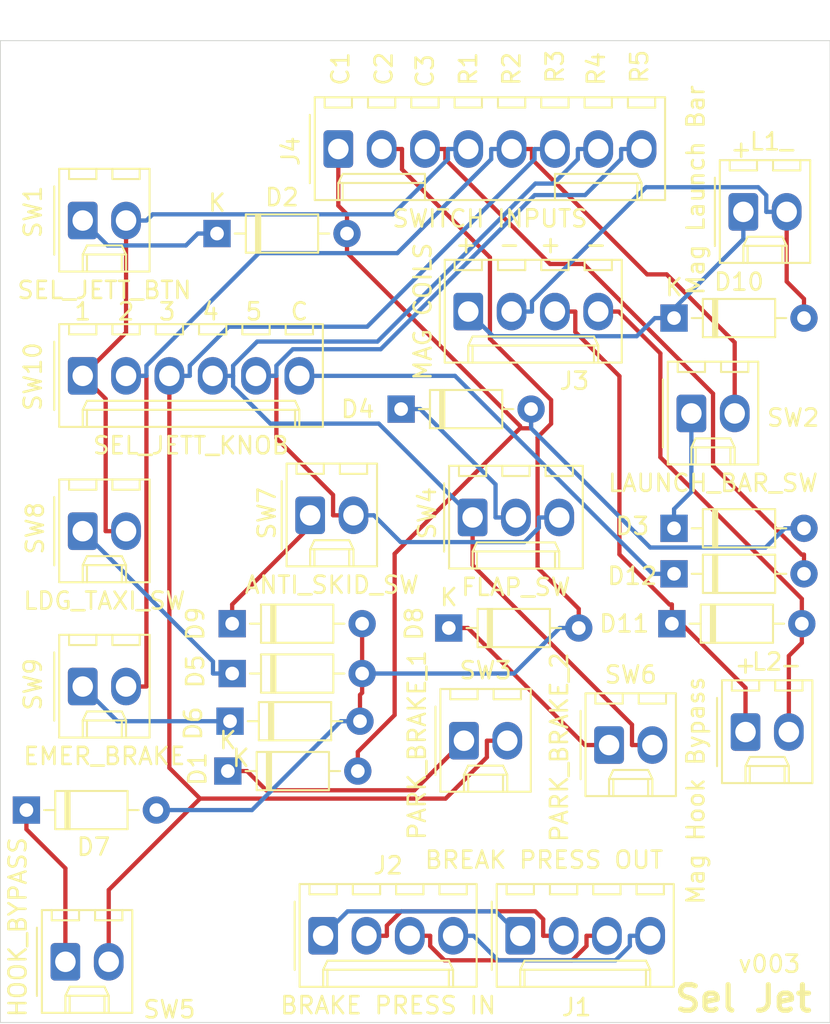
<source format=kicad_pcb>
(kicad_pcb (version 20171130) (host pcbnew "(5.1.5-0-10_14)")

  (general
    (thickness 1.6)
    (drawings 28)
    (tracks 215)
    (zones 0)
    (modules 32)
    (nets 27)
  )

  (page A4)
  (layers
    (0 F.Cu signal)
    (31 B.Cu signal)
    (32 B.Adhes user)
    (33 F.Adhes user)
    (34 B.Paste user)
    (35 F.Paste user)
    (36 B.SilkS user)
    (37 F.SilkS user)
    (38 B.Mask user)
    (39 F.Mask user)
    (40 Dwgs.User user)
    (41 Cmts.User user)
    (42 Eco1.User user)
    (43 Eco2.User user)
    (44 Edge.Cuts user)
    (45 Margin user)
    (46 B.CrtYd user)
    (47 F.CrtYd user)
    (48 B.Fab user)
    (49 F.Fab user hide)
  )

  (setup
    (last_trace_width 0.25)
    (trace_clearance 0.2)
    (zone_clearance 0.508)
    (zone_45_only no)
    (trace_min 0.2)
    (via_size 0.8)
    (via_drill 0.4)
    (via_min_size 0.4)
    (via_min_drill 0.3)
    (uvia_size 0.3)
    (uvia_drill 0.1)
    (uvias_allowed no)
    (uvia_min_size 0.2)
    (uvia_min_drill 0.1)
    (edge_width 0.05)
    (segment_width 0.2)
    (pcb_text_width 0.3)
    (pcb_text_size 1.5 1.5)
    (mod_edge_width 0.12)
    (mod_text_size 1 1)
    (mod_text_width 0.15)
    (pad_size 1.524 1.524)
    (pad_drill 0.762)
    (pad_to_mask_clearance 0.051)
    (solder_mask_min_width 0.25)
    (aux_axis_origin 0 0)
    (visible_elements FFFFFF7F)
    (pcbplotparams
      (layerselection 0x010fc_ffffffff)
      (usegerberextensions false)
      (usegerberattributes false)
      (usegerberadvancedattributes false)
      (creategerberjobfile false)
      (excludeedgelayer true)
      (linewidth 0.100000)
      (plotframeref false)
      (viasonmask false)
      (mode 1)
      (useauxorigin false)
      (hpglpennumber 1)
      (hpglpenspeed 20)
      (hpglpendiameter 15.000000)
      (psnegative false)
      (psa4output false)
      (plotreference true)
      (plotvalue true)
      (plotinvisibletext false)
      (padsonsilk false)
      (subtractmaskfromsilk false)
      (outputformat 1)
      (mirror false)
      (drillshape 0)
      (scaleselection 1)
      (outputdirectory "manufacturing"))
  )

  (net 0 "")
  (net 1 /COL1)
  (net 2 "Net-(D1-Pad1)")
  (net 3 "Net-(D2-Pad1)")
  (net 4 "Net-(D3-Pad1)")
  (net 5 /COL2)
  (net 6 "Net-(D4-Pad1)")
  (net 7 "Net-(D5-Pad1)")
  (net 8 "Net-(D6-Pad1)")
  (net 9 "Net-(D7-Pad1)")
  (net 10 /COL3)
  (net 11 "Net-(D8-Pad1)")
  (net 12 /MAG_1_-)
  (net 13 /MAG_1_+)
  (net 14 /MAG_2_-)
  (net 15 /MAG_2_+)
  (net 16 "Net-(J1-Pad4)")
  (net 17 "Net-(J1-Pad3)")
  (net 18 "Net-(J1-Pad2)")
  (net 19 "Net-(J1-Pad1)")
  (net 20 /ROW5)
  (net 21 /ROW4)
  (net 22 /ROW3)
  (net 23 /ROW2)
  (net 24 /ROW1)
  (net 25 "Net-(D9-Pad1)")
  (net 26 "Net-(D12-Pad1)")

  (net_class Default "This is the default net class."
    (clearance 0.2)
    (trace_width 0.25)
    (via_dia 0.8)
    (via_drill 0.4)
    (uvia_dia 0.3)
    (uvia_drill 0.1)
    (add_net /COL1)
    (add_net /COL2)
    (add_net /COL3)
    (add_net /MAG_1_+)
    (add_net /MAG_1_-)
    (add_net /MAG_2_+)
    (add_net /MAG_2_-)
    (add_net /ROW1)
    (add_net /ROW2)
    (add_net /ROW3)
    (add_net /ROW4)
    (add_net /ROW5)
    (add_net "Net-(D1-Pad1)")
    (add_net "Net-(D12-Pad1)")
    (add_net "Net-(D2-Pad1)")
    (add_net "Net-(D3-Pad1)")
    (add_net "Net-(D4-Pad1)")
    (add_net "Net-(D5-Pad1)")
    (add_net "Net-(D6-Pad1)")
    (add_net "Net-(D7-Pad1)")
    (add_net "Net-(D8-Pad1)")
    (add_net "Net-(D9-Pad1)")
    (add_net "Net-(J1-Pad1)")
    (add_net "Net-(J1-Pad2)")
    (add_net "Net-(J1-Pad3)")
    (add_net "Net-(J1-Pad4)")
  )

  (module PT_Library_v001:Molex_1x02_P2.54mm_Vertical (layer F.Cu) (tedit 5B78013E) (tstamp 616349CF)
    (at 102.489 106.045)
    (descr "Molex KK-254 Interconnect System, old/engineering part number: AE-6410-02A example for new part number: 22-27-2021, 2 Pins (http://www.molex.com/pdm_docs/sd/022272021_sd.pdf), generated with kicad-footprint-generator")
    (tags "connector Molex KK-254 side entry")
    (path /61636D43)
    (fp_text reference SW6 (at 1.27 -4.12) (layer F.SilkS)
      (effects (font (size 1 1) (thickness 0.15)))
    )
    (fp_text value PARK_BRAKE_2 (at -2.921 0.127 90) (layer F.SilkS)
      (effects (font (size 1 1) (thickness 0.15)))
    )
    (fp_text user %R (at 1.27 -2.22) (layer F.Fab)
      (effects (font (size 1 1) (thickness 0.15)))
    )
    (fp_line (start 4.31 -3.42) (end -1.77 -3.42) (layer F.CrtYd) (width 0.05))
    (fp_line (start 4.31 3.38) (end 4.31 -3.42) (layer F.CrtYd) (width 0.05))
    (fp_line (start -1.77 3.38) (end 4.31 3.38) (layer F.CrtYd) (width 0.05))
    (fp_line (start -1.77 -3.42) (end -1.77 3.38) (layer F.CrtYd) (width 0.05))
    (fp_line (start 3.34 -2.43) (end 3.34 -3.03) (layer F.SilkS) (width 0.12))
    (fp_line (start 1.74 -2.43) (end 3.34 -2.43) (layer F.SilkS) (width 0.12))
    (fp_line (start 1.74 -3.03) (end 1.74 -2.43) (layer F.SilkS) (width 0.12))
    (fp_line (start 0.8 -2.43) (end 0.8 -3.03) (layer F.SilkS) (width 0.12))
    (fp_line (start -0.8 -2.43) (end 0.8 -2.43) (layer F.SilkS) (width 0.12))
    (fp_line (start -0.8 -3.03) (end -0.8 -2.43) (layer F.SilkS) (width 0.12))
    (fp_line (start 2.29 2.99) (end 2.29 1.99) (layer F.SilkS) (width 0.12))
    (fp_line (start 0.25 2.99) (end 0.25 1.99) (layer F.SilkS) (width 0.12))
    (fp_line (start 2.29 1.46) (end 2.54 1.99) (layer F.SilkS) (width 0.12))
    (fp_line (start 0.25 1.46) (end 2.29 1.46) (layer F.SilkS) (width 0.12))
    (fp_line (start 0 1.99) (end 0.25 1.46) (layer F.SilkS) (width 0.12))
    (fp_line (start 2.54 1.99) (end 2.54 2.99) (layer F.SilkS) (width 0.12))
    (fp_line (start 0 1.99) (end 2.54 1.99) (layer F.SilkS) (width 0.12))
    (fp_line (start 0 2.99) (end 0 1.99) (layer F.SilkS) (width 0.12))
    (fp_line (start -0.562893 0) (end -1.27 0.5) (layer F.Fab) (width 0.1))
    (fp_line (start -1.27 -0.5) (end -0.562893 0) (layer F.Fab) (width 0.1))
    (fp_line (start -1.67 -2) (end -1.67 2) (layer F.SilkS) (width 0.12))
    (fp_line (start 3.92 -3.03) (end -1.38 -3.03) (layer F.SilkS) (width 0.12))
    (fp_line (start 3.92 2.99) (end 3.92 -3.03) (layer F.SilkS) (width 0.12))
    (fp_line (start -1.38 2.99) (end 3.92 2.99) (layer F.SilkS) (width 0.12))
    (fp_line (start -1.38 -3.03) (end -1.38 2.99) (layer F.SilkS) (width 0.12))
    (fp_line (start 3.81 -2.92) (end -1.27 -2.92) (layer F.Fab) (width 0.1))
    (fp_line (start 3.81 2.88) (end 3.81 -2.92) (layer F.Fab) (width 0.1))
    (fp_line (start -1.27 2.88) (end 3.81 2.88) (layer F.Fab) (width 0.1))
    (fp_line (start -1.27 -2.92) (end -1.27 2.88) (layer F.Fab) (width 0.1))
    (pad 2 thru_hole oval (at 2.54 0) (size 1.74 2.2) (drill 1.2) (layers *.Cu *.Mask)
      (net 21 /ROW4))
    (pad 1 thru_hole roundrect (at 0 0) (size 1.74 2.2) (drill 1.2) (layers *.Cu *.Mask) (roundrect_rratio 0.143678)
      (net 11 "Net-(D8-Pad1)"))
    (model ${KISYS3DMOD}/Connector_Molex.3dshapes/Molex_KK-254_AE-6410-02A_1x02_P2.54mm_Vertical.wrl
      (at (xyz 0 0 0))
      (scale (xyz 1 1 1))
      (rotate (xyz 0 0 0))
    )
  )

  (module PT_Library_v001:Molex_1x02_P2.54mm_Vertical (layer F.Cu) (tedit 5B78013E) (tstamp 616349AB)
    (at 70.612 118.745)
    (descr "Molex KK-254 Interconnect System, old/engineering part number: AE-6410-02A example for new part number: 22-27-2021, 2 Pins (http://www.molex.com/pdm_docs/sd/022272021_sd.pdf), generated with kicad-footprint-generator")
    (tags "connector Molex KK-254 side entry")
    (path /61639371)
    (fp_text reference SW5 (at 6.096 2.794) (layer F.SilkS)
      (effects (font (size 1 1) (thickness 0.15)))
    )
    (fp_text value HOOK_BYPASS (at -2.794 -2.032 90) (layer F.SilkS)
      (effects (font (size 1 1) (thickness 0.15)))
    )
    (fp_text user %R (at 1.27 -2.22) (layer F.Fab)
      (effects (font (size 1 1) (thickness 0.15)))
    )
    (fp_line (start 4.31 -3.42) (end -1.77 -3.42) (layer F.CrtYd) (width 0.05))
    (fp_line (start 4.31 3.38) (end 4.31 -3.42) (layer F.CrtYd) (width 0.05))
    (fp_line (start -1.77 3.38) (end 4.31 3.38) (layer F.CrtYd) (width 0.05))
    (fp_line (start -1.77 -3.42) (end -1.77 3.38) (layer F.CrtYd) (width 0.05))
    (fp_line (start 3.34 -2.43) (end 3.34 -3.03) (layer F.SilkS) (width 0.12))
    (fp_line (start 1.74 -2.43) (end 3.34 -2.43) (layer F.SilkS) (width 0.12))
    (fp_line (start 1.74 -3.03) (end 1.74 -2.43) (layer F.SilkS) (width 0.12))
    (fp_line (start 0.8 -2.43) (end 0.8 -3.03) (layer F.SilkS) (width 0.12))
    (fp_line (start -0.8 -2.43) (end 0.8 -2.43) (layer F.SilkS) (width 0.12))
    (fp_line (start -0.8 -3.03) (end -0.8 -2.43) (layer F.SilkS) (width 0.12))
    (fp_line (start 2.29 2.99) (end 2.29 1.99) (layer F.SilkS) (width 0.12))
    (fp_line (start 0.25 2.99) (end 0.25 1.99) (layer F.SilkS) (width 0.12))
    (fp_line (start 2.29 1.46) (end 2.54 1.99) (layer F.SilkS) (width 0.12))
    (fp_line (start 0.25 1.46) (end 2.29 1.46) (layer F.SilkS) (width 0.12))
    (fp_line (start 0 1.99) (end 0.25 1.46) (layer F.SilkS) (width 0.12))
    (fp_line (start 2.54 1.99) (end 2.54 2.99) (layer F.SilkS) (width 0.12))
    (fp_line (start 0 1.99) (end 2.54 1.99) (layer F.SilkS) (width 0.12))
    (fp_line (start 0 2.99) (end 0 1.99) (layer F.SilkS) (width 0.12))
    (fp_line (start -0.562893 0) (end -1.27 0.5) (layer F.Fab) (width 0.1))
    (fp_line (start -1.27 -0.5) (end -0.562893 0) (layer F.Fab) (width 0.1))
    (fp_line (start -1.67 -2) (end -1.67 2) (layer F.SilkS) (width 0.12))
    (fp_line (start 3.92 -3.03) (end -1.38 -3.03) (layer F.SilkS) (width 0.12))
    (fp_line (start 3.92 2.99) (end 3.92 -3.03) (layer F.SilkS) (width 0.12))
    (fp_line (start -1.38 2.99) (end 3.92 2.99) (layer F.SilkS) (width 0.12))
    (fp_line (start -1.38 -3.03) (end -1.38 2.99) (layer F.SilkS) (width 0.12))
    (fp_line (start 3.81 -2.92) (end -1.27 -2.92) (layer F.Fab) (width 0.1))
    (fp_line (start 3.81 2.88) (end 3.81 -2.92) (layer F.Fab) (width 0.1))
    (fp_line (start -1.27 2.88) (end 3.81 2.88) (layer F.Fab) (width 0.1))
    (fp_line (start -1.27 -2.92) (end -1.27 2.88) (layer F.Fab) (width 0.1))
    (pad 2 thru_hole oval (at 2.54 0) (size 1.74 2.2) (drill 1.2) (layers *.Cu *.Mask)
      (net 22 /ROW3))
    (pad 1 thru_hole roundrect (at 0 0) (size 1.74 2.2) (drill 1.2) (layers *.Cu *.Mask) (roundrect_rratio 0.143678)
      (net 9 "Net-(D7-Pad1)"))
    (model ${KISYS3DMOD}/Connector_Molex.3dshapes/Molex_KK-254_AE-6410-02A_1x02_P2.54mm_Vertical.wrl
      (at (xyz 0 0 0))
      (scale (xyz 1 1 1))
      (rotate (xyz 0 0 0))
    )
  )

  (module PT_Library_v001:Molex_1x02_P2.54mm_Vertical (layer F.Cu) (tedit 5B78013E) (tstamp 61634960)
    (at 93.98 105.791)
    (descr "Molex KK-254 Interconnect System, old/engineering part number: AE-6410-02A example for new part number: 22-27-2021, 2 Pins (http://www.molex.com/pdm_docs/sd/022272021_sd.pdf), generated with kicad-footprint-generator")
    (tags "connector Molex KK-254 side entry")
    (path /61641965)
    (fp_text reference SW3 (at 1.27 -4.12) (layer F.SilkS)
      (effects (font (size 1 1) (thickness 0.15)))
    )
    (fp_text value PARK_BRAKE_1 (at -2.752 0.255 90) (layer F.SilkS)
      (effects (font (size 1 1) (thickness 0.15)))
    )
    (fp_text user %R (at 1.27 -2.22) (layer F.Fab)
      (effects (font (size 1 1) (thickness 0.15)))
    )
    (fp_line (start 4.31 -3.42) (end -1.77 -3.42) (layer F.CrtYd) (width 0.05))
    (fp_line (start 4.31 3.38) (end 4.31 -3.42) (layer F.CrtYd) (width 0.05))
    (fp_line (start -1.77 3.38) (end 4.31 3.38) (layer F.CrtYd) (width 0.05))
    (fp_line (start -1.77 -3.42) (end -1.77 3.38) (layer F.CrtYd) (width 0.05))
    (fp_line (start 3.34 -2.43) (end 3.34 -3.03) (layer F.SilkS) (width 0.12))
    (fp_line (start 1.74 -2.43) (end 3.34 -2.43) (layer F.SilkS) (width 0.12))
    (fp_line (start 1.74 -3.03) (end 1.74 -2.43) (layer F.SilkS) (width 0.12))
    (fp_line (start 0.8 -2.43) (end 0.8 -3.03) (layer F.SilkS) (width 0.12))
    (fp_line (start -0.8 -2.43) (end 0.8 -2.43) (layer F.SilkS) (width 0.12))
    (fp_line (start -0.8 -3.03) (end -0.8 -2.43) (layer F.SilkS) (width 0.12))
    (fp_line (start 2.29 2.99) (end 2.29 1.99) (layer F.SilkS) (width 0.12))
    (fp_line (start 0.25 2.99) (end 0.25 1.99) (layer F.SilkS) (width 0.12))
    (fp_line (start 2.29 1.46) (end 2.54 1.99) (layer F.SilkS) (width 0.12))
    (fp_line (start 0.25 1.46) (end 2.29 1.46) (layer F.SilkS) (width 0.12))
    (fp_line (start 0 1.99) (end 0.25 1.46) (layer F.SilkS) (width 0.12))
    (fp_line (start 2.54 1.99) (end 2.54 2.99) (layer F.SilkS) (width 0.12))
    (fp_line (start 0 1.99) (end 2.54 1.99) (layer F.SilkS) (width 0.12))
    (fp_line (start 0 2.99) (end 0 1.99) (layer F.SilkS) (width 0.12))
    (fp_line (start -0.562893 0) (end -1.27 0.5) (layer F.Fab) (width 0.1))
    (fp_line (start -1.27 -0.5) (end -0.562893 0) (layer F.Fab) (width 0.1))
    (fp_line (start -1.67 -2) (end -1.67 2) (layer F.SilkS) (width 0.12))
    (fp_line (start 3.92 -3.03) (end -1.38 -3.03) (layer F.SilkS) (width 0.12))
    (fp_line (start 3.92 2.99) (end 3.92 -3.03) (layer F.SilkS) (width 0.12))
    (fp_line (start -1.38 2.99) (end 3.92 2.99) (layer F.SilkS) (width 0.12))
    (fp_line (start -1.38 -3.03) (end -1.38 2.99) (layer F.SilkS) (width 0.12))
    (fp_line (start 3.81 -2.92) (end -1.27 -2.92) (layer F.Fab) (width 0.1))
    (fp_line (start 3.81 2.88) (end 3.81 -2.92) (layer F.Fab) (width 0.1))
    (fp_line (start -1.27 2.88) (end 3.81 2.88) (layer F.Fab) (width 0.1))
    (fp_line (start -1.27 -2.92) (end -1.27 2.88) (layer F.Fab) (width 0.1))
    (pad 2 thru_hole oval (at 2.54 0) (size 1.74 2.2) (drill 1.2) (layers *.Cu *.Mask)
      (net 22 /ROW3))
    (pad 1 thru_hole roundrect (at 0 0) (size 1.74 2.2) (drill 1.2) (layers *.Cu *.Mask) (roundrect_rratio 0.143678)
      (net 2 "Net-(D1-Pad1)"))
    (model ${KISYS3DMOD}/Connector_Molex.3dshapes/Molex_KK-254_AE-6410-02A_1x02_P2.54mm_Vertical.wrl
      (at (xyz 0 0 0))
      (scale (xyz 1 1 1))
      (rotate (xyz 0 0 0))
    )
  )

  (module PT_Library_v001:Molex_1x02_P2.54mm_Vertical (layer F.Cu) (tedit 5B78013E) (tstamp 6163493C)
    (at 107.315 86.614)
    (descr "Molex KK-254 Interconnect System, old/engineering part number: AE-6410-02A example for new part number: 22-27-2021, 2 Pins (http://www.molex.com/pdm_docs/sd/022272021_sd.pdf), generated with kicad-footprint-generator")
    (tags "connector Molex KK-254 side entry")
    (path /61645693)
    (fp_text reference SW2 (at 5.969 0.254) (layer F.SilkS)
      (effects (font (size 1 1) (thickness 0.15)))
    )
    (fp_text value LAUNCH_BAR_SW (at 1.27 4.08) (layer F.SilkS)
      (effects (font (size 1 1) (thickness 0.15)))
    )
    (fp_text user %R (at 1.27 -2.22) (layer F.Fab)
      (effects (font (size 1 1) (thickness 0.15)))
    )
    (fp_line (start 4.31 -3.42) (end -1.77 -3.42) (layer F.CrtYd) (width 0.05))
    (fp_line (start 4.31 3.38) (end 4.31 -3.42) (layer F.CrtYd) (width 0.05))
    (fp_line (start -1.77 3.38) (end 4.31 3.38) (layer F.CrtYd) (width 0.05))
    (fp_line (start -1.77 -3.42) (end -1.77 3.38) (layer F.CrtYd) (width 0.05))
    (fp_line (start 3.34 -2.43) (end 3.34 -3.03) (layer F.SilkS) (width 0.12))
    (fp_line (start 1.74 -2.43) (end 3.34 -2.43) (layer F.SilkS) (width 0.12))
    (fp_line (start 1.74 -3.03) (end 1.74 -2.43) (layer F.SilkS) (width 0.12))
    (fp_line (start 0.8 -2.43) (end 0.8 -3.03) (layer F.SilkS) (width 0.12))
    (fp_line (start -0.8 -2.43) (end 0.8 -2.43) (layer F.SilkS) (width 0.12))
    (fp_line (start -0.8 -3.03) (end -0.8 -2.43) (layer F.SilkS) (width 0.12))
    (fp_line (start 2.29 2.99) (end 2.29 1.99) (layer F.SilkS) (width 0.12))
    (fp_line (start 0.25 2.99) (end 0.25 1.99) (layer F.SilkS) (width 0.12))
    (fp_line (start 2.29 1.46) (end 2.54 1.99) (layer F.SilkS) (width 0.12))
    (fp_line (start 0.25 1.46) (end 2.29 1.46) (layer F.SilkS) (width 0.12))
    (fp_line (start 0 1.99) (end 0.25 1.46) (layer F.SilkS) (width 0.12))
    (fp_line (start 2.54 1.99) (end 2.54 2.99) (layer F.SilkS) (width 0.12))
    (fp_line (start 0 1.99) (end 2.54 1.99) (layer F.SilkS) (width 0.12))
    (fp_line (start 0 2.99) (end 0 1.99) (layer F.SilkS) (width 0.12))
    (fp_line (start -0.562893 0) (end -1.27 0.5) (layer F.Fab) (width 0.1))
    (fp_line (start -1.27 -0.5) (end -0.562893 0) (layer F.Fab) (width 0.1))
    (fp_line (start -1.67 -2) (end -1.67 2) (layer F.SilkS) (width 0.12))
    (fp_line (start 3.92 -3.03) (end -1.38 -3.03) (layer F.SilkS) (width 0.12))
    (fp_line (start 3.92 2.99) (end 3.92 -3.03) (layer F.SilkS) (width 0.12))
    (fp_line (start -1.38 2.99) (end 3.92 2.99) (layer F.SilkS) (width 0.12))
    (fp_line (start -1.38 -3.03) (end -1.38 2.99) (layer F.SilkS) (width 0.12))
    (fp_line (start 3.81 -2.92) (end -1.27 -2.92) (layer F.Fab) (width 0.1))
    (fp_line (start 3.81 2.88) (end 3.81 -2.92) (layer F.Fab) (width 0.1))
    (fp_line (start -1.27 2.88) (end 3.81 2.88) (layer F.Fab) (width 0.1))
    (fp_line (start -1.27 -2.92) (end -1.27 2.88) (layer F.Fab) (width 0.1))
    (pad 2 thru_hole oval (at 2.54 0) (size 1.74 2.2) (drill 1.2) (layers *.Cu *.Mask)
      (net 23 /ROW2))
    (pad 1 thru_hole roundrect (at 0 0) (size 1.74 2.2) (drill 1.2) (layers *.Cu *.Mask) (roundrect_rratio 0.143678)
      (net 4 "Net-(D3-Pad1)"))
    (model ${KISYS3DMOD}/Connector_Molex.3dshapes/Molex_KK-254_AE-6410-02A_1x02_P2.54mm_Vertical.wrl
      (at (xyz 0 0 0))
      (scale (xyz 1 1 1))
      (rotate (xyz 0 0 0))
    )
  )

  (module PT_Library_v001:D_Signal_P7.62mm_Horizontal (layer F.Cu) (tedit 5AE50CD5) (tstamp 61634615)
    (at 93.091 99.187)
    (descr "Diode, DO-35_SOD27 series, Axial, Horizontal, pin pitch=7.62mm, , length*diameter=4*2mm^2, , http://www.diodes.com/_files/packages/DO-35.pdf")
    (tags "Diode DO-35_SOD27 series Axial Horizontal pin pitch 7.62mm  length 4mm diameter 2mm")
    (path /61636D4D)
    (fp_text reference D8 (at -2.032 -0.254 90) (layer F.SilkS)
      (effects (font (size 1 1) (thickness 0.15)))
    )
    (fp_text value D (at 3.81 2.12) (layer F.Fab)
      (effects (font (size 1 1) (thickness 0.15)))
    )
    (fp_text user K (at 0 -1.8) (layer F.SilkS)
      (effects (font (size 1 1) (thickness 0.15)))
    )
    (fp_text user K (at 0 -1.8) (layer F.Fab)
      (effects (font (size 1 1) (thickness 0.15)))
    )
    (fp_text user %R (at 4.11 0) (layer F.Fab)
      (effects (font (size 0.8 0.8) (thickness 0.12)))
    )
    (fp_line (start 8.67 -1.25) (end -1.05 -1.25) (layer F.CrtYd) (width 0.05))
    (fp_line (start 8.67 1.25) (end 8.67 -1.25) (layer F.CrtYd) (width 0.05))
    (fp_line (start -1.05 1.25) (end 8.67 1.25) (layer F.CrtYd) (width 0.05))
    (fp_line (start -1.05 -1.25) (end -1.05 1.25) (layer F.CrtYd) (width 0.05))
    (fp_line (start 2.29 -1.12) (end 2.29 1.12) (layer F.SilkS) (width 0.12))
    (fp_line (start 2.53 -1.12) (end 2.53 1.12) (layer F.SilkS) (width 0.12))
    (fp_line (start 2.41 -1.12) (end 2.41 1.12) (layer F.SilkS) (width 0.12))
    (fp_line (start 6.58 0) (end 5.93 0) (layer F.SilkS) (width 0.12))
    (fp_line (start 1.04 0) (end 1.69 0) (layer F.SilkS) (width 0.12))
    (fp_line (start 5.93 -1.12) (end 1.69 -1.12) (layer F.SilkS) (width 0.12))
    (fp_line (start 5.93 1.12) (end 5.93 -1.12) (layer F.SilkS) (width 0.12))
    (fp_line (start 1.69 1.12) (end 5.93 1.12) (layer F.SilkS) (width 0.12))
    (fp_line (start 1.69 -1.12) (end 1.69 1.12) (layer F.SilkS) (width 0.12))
    (fp_line (start 2.31 -1) (end 2.31 1) (layer F.Fab) (width 0.1))
    (fp_line (start 2.51 -1) (end 2.51 1) (layer F.Fab) (width 0.1))
    (fp_line (start 2.41 -1) (end 2.41 1) (layer F.Fab) (width 0.1))
    (fp_line (start 7.62 0) (end 5.81 0) (layer F.Fab) (width 0.1))
    (fp_line (start 0 0) (end 1.81 0) (layer F.Fab) (width 0.1))
    (fp_line (start 5.81 -1) (end 1.81 -1) (layer F.Fab) (width 0.1))
    (fp_line (start 5.81 1) (end 5.81 -1) (layer F.Fab) (width 0.1))
    (fp_line (start 1.81 1) (end 5.81 1) (layer F.Fab) (width 0.1))
    (fp_line (start 1.81 -1) (end 1.81 1) (layer F.Fab) (width 0.1))
    (pad 2 thru_hole oval (at 7.62 0) (size 1.6 1.6) (drill 0.8) (layers *.Cu *.Mask)
      (net 5 /COL2))
    (pad 1 thru_hole rect (at 0 0) (size 1.6 1.6) (drill 0.8) (layers *.Cu *.Mask)
      (net 11 "Net-(D8-Pad1)"))
    (model ${KISYS3DMOD}/Diode_THT.3dshapes/D_DO-35_SOD27_P7.62mm_Horizontal.wrl
      (at (xyz 0 0 0))
      (scale (xyz 1 1 1))
      (rotate (xyz 0 0 0))
    )
  )

  (module PT_Library_v001:D_Signal_P7.62mm_Horizontal (layer F.Cu) (tedit 5AE50CD5) (tstamp 61634546)
    (at 80.137 107.569)
    (descr "Diode, DO-35_SOD27 series, Axial, Horizontal, pin pitch=7.62mm, , length*diameter=4*2mm^2, , http://www.diodes.com/_files/packages/DO-35.pdf")
    (tags "Diode DO-35_SOD27 series Axial Horizontal pin pitch 7.62mm  length 4mm diameter 2mm")
    (path /6164196F)
    (fp_text reference D1 (at -1.778 -0.127 90) (layer F.SilkS)
      (effects (font (size 1 1) (thickness 0.15)))
    )
    (fp_text value D (at 3.81 2.12) (layer F.Fab)
      (effects (font (size 1 1) (thickness 0.15)))
    )
    (fp_text user K (at 0 -1.8) (layer F.SilkS)
      (effects (font (size 1 1) (thickness 0.15)))
    )
    (fp_text user K (at 0 -1.8) (layer F.Fab)
      (effects (font (size 1 1) (thickness 0.15)))
    )
    (fp_text user %R (at 4.11 0) (layer F.Fab)
      (effects (font (size 0.8 0.8) (thickness 0.12)))
    )
    (fp_line (start 8.67 -1.25) (end -1.05 -1.25) (layer F.CrtYd) (width 0.05))
    (fp_line (start 8.67 1.25) (end 8.67 -1.25) (layer F.CrtYd) (width 0.05))
    (fp_line (start -1.05 1.25) (end 8.67 1.25) (layer F.CrtYd) (width 0.05))
    (fp_line (start -1.05 -1.25) (end -1.05 1.25) (layer F.CrtYd) (width 0.05))
    (fp_line (start 2.29 -1.12) (end 2.29 1.12) (layer F.SilkS) (width 0.12))
    (fp_line (start 2.53 -1.12) (end 2.53 1.12) (layer F.SilkS) (width 0.12))
    (fp_line (start 2.41 -1.12) (end 2.41 1.12) (layer F.SilkS) (width 0.12))
    (fp_line (start 6.58 0) (end 5.93 0) (layer F.SilkS) (width 0.12))
    (fp_line (start 1.04 0) (end 1.69 0) (layer F.SilkS) (width 0.12))
    (fp_line (start 5.93 -1.12) (end 1.69 -1.12) (layer F.SilkS) (width 0.12))
    (fp_line (start 5.93 1.12) (end 5.93 -1.12) (layer F.SilkS) (width 0.12))
    (fp_line (start 1.69 1.12) (end 5.93 1.12) (layer F.SilkS) (width 0.12))
    (fp_line (start 1.69 -1.12) (end 1.69 1.12) (layer F.SilkS) (width 0.12))
    (fp_line (start 2.31 -1) (end 2.31 1) (layer F.Fab) (width 0.1))
    (fp_line (start 2.51 -1) (end 2.51 1) (layer F.Fab) (width 0.1))
    (fp_line (start 2.41 -1) (end 2.41 1) (layer F.Fab) (width 0.1))
    (fp_line (start 7.62 0) (end 5.81 0) (layer F.Fab) (width 0.1))
    (fp_line (start 0 0) (end 1.81 0) (layer F.Fab) (width 0.1))
    (fp_line (start 5.81 -1) (end 1.81 -1) (layer F.Fab) (width 0.1))
    (fp_line (start 5.81 1) (end 5.81 -1) (layer F.Fab) (width 0.1))
    (fp_line (start 1.81 1) (end 5.81 1) (layer F.Fab) (width 0.1))
    (fp_line (start 1.81 -1) (end 1.81 1) (layer F.Fab) (width 0.1))
    (pad 2 thru_hole oval (at 7.62 0) (size 1.6 1.6) (drill 0.8) (layers *.Cu *.Mask)
      (net 1 /COL1))
    (pad 1 thru_hole rect (at 0 0) (size 1.6 1.6) (drill 0.8) (layers *.Cu *.Mask)
      (net 2 "Net-(D1-Pad1)"))
    (model ${KISYS3DMOD}/Diode_THT.3dshapes/D_DO-35_SOD27_P7.62mm_Horizontal.wrl
      (at (xyz 0 0 0))
      (scale (xyz 1 1 1))
      (rotate (xyz 0 0 0))
    )
  )

  (module PT_Library_v001:Molex_1x06_P2.54mm_Vertical (layer F.Cu) (tedit 5B78013E) (tstamp 604C1C51)
    (at 71.628 84.4127)
    (descr "Molex KK-254 Interconnect System, old/engineering part number: AE-6410-06A example for new part number: 22-27-2061, 6 Pins (http://www.molex.com/pdm_docs/sd/022272021_sd.pdf), generated with kicad-footprint-generator")
    (tags "connector Molex KK-254 side entry")
    (path /5FDF250B)
    (fp_text reference SW10 (at -2.921 0.042334 90) (layer F.SilkS)
      (effects (font (size 1 1) (thickness 0.15)))
    )
    (fp_text value SEL_JETT_KNOB (at 6.35 4.08) (layer F.SilkS)
      (effects (font (size 1 1) (thickness 0.15)))
    )
    (fp_text user %R (at 6.35 -2.22) (layer F.Fab)
      (effects (font (size 1 1) (thickness 0.15)))
    )
    (fp_line (start 14.47 -3.42) (end -1.77 -3.42) (layer F.CrtYd) (width 0.05))
    (fp_line (start 14.47 3.38) (end 14.47 -3.42) (layer F.CrtYd) (width 0.05))
    (fp_line (start -1.77 3.38) (end 14.47 3.38) (layer F.CrtYd) (width 0.05))
    (fp_line (start -1.77 -3.42) (end -1.77 3.38) (layer F.CrtYd) (width 0.05))
    (fp_line (start 13.5 -2.43) (end 13.5 -3.03) (layer F.SilkS) (width 0.12))
    (fp_line (start 11.9 -2.43) (end 13.5 -2.43) (layer F.SilkS) (width 0.12))
    (fp_line (start 11.9 -3.03) (end 11.9 -2.43) (layer F.SilkS) (width 0.12))
    (fp_line (start 10.96 -2.43) (end 10.96 -3.03) (layer F.SilkS) (width 0.12))
    (fp_line (start 9.36 -2.43) (end 10.96 -2.43) (layer F.SilkS) (width 0.12))
    (fp_line (start 9.36 -3.03) (end 9.36 -2.43) (layer F.SilkS) (width 0.12))
    (fp_line (start 8.42 -2.43) (end 8.42 -3.03) (layer F.SilkS) (width 0.12))
    (fp_line (start 6.82 -2.43) (end 8.42 -2.43) (layer F.SilkS) (width 0.12))
    (fp_line (start 6.82 -3.03) (end 6.82 -2.43) (layer F.SilkS) (width 0.12))
    (fp_line (start 5.88 -2.43) (end 5.88 -3.03) (layer F.SilkS) (width 0.12))
    (fp_line (start 4.28 -2.43) (end 5.88 -2.43) (layer F.SilkS) (width 0.12))
    (fp_line (start 4.28 -3.03) (end 4.28 -2.43) (layer F.SilkS) (width 0.12))
    (fp_line (start 3.34 -2.43) (end 3.34 -3.03) (layer F.SilkS) (width 0.12))
    (fp_line (start 1.74 -2.43) (end 3.34 -2.43) (layer F.SilkS) (width 0.12))
    (fp_line (start 1.74 -3.03) (end 1.74 -2.43) (layer F.SilkS) (width 0.12))
    (fp_line (start 0.8 -2.43) (end 0.8 -3.03) (layer F.SilkS) (width 0.12))
    (fp_line (start -0.8 -2.43) (end 0.8 -2.43) (layer F.SilkS) (width 0.12))
    (fp_line (start -0.8 -3.03) (end -0.8 -2.43) (layer F.SilkS) (width 0.12))
    (fp_line (start 12.45 2.99) (end 12.45 1.99) (layer F.SilkS) (width 0.12))
    (fp_line (start 0.25 2.99) (end 0.25 1.99) (layer F.SilkS) (width 0.12))
    (fp_line (start 12.45 1.46) (end 12.7 1.99) (layer F.SilkS) (width 0.12))
    (fp_line (start 0.25 1.46) (end 12.45 1.46) (layer F.SilkS) (width 0.12))
    (fp_line (start 0 1.99) (end 0.25 1.46) (layer F.SilkS) (width 0.12))
    (fp_line (start 12.7 1.99) (end 12.7 2.99) (layer F.SilkS) (width 0.12))
    (fp_line (start 0 1.99) (end 12.7 1.99) (layer F.SilkS) (width 0.12))
    (fp_line (start 0 2.99) (end 0 1.99) (layer F.SilkS) (width 0.12))
    (fp_line (start -0.562893 0) (end -1.27 0.5) (layer F.Fab) (width 0.1))
    (fp_line (start -1.27 -0.5) (end -0.562893 0) (layer F.Fab) (width 0.1))
    (fp_line (start -1.67 -2) (end -1.67 2) (layer F.SilkS) (width 0.12))
    (fp_line (start 14.08 -3.03) (end -1.38 -3.03) (layer F.SilkS) (width 0.12))
    (fp_line (start 14.08 2.99) (end 14.08 -3.03) (layer F.SilkS) (width 0.12))
    (fp_line (start -1.38 2.99) (end 14.08 2.99) (layer F.SilkS) (width 0.12))
    (fp_line (start -1.38 -3.03) (end -1.38 2.99) (layer F.SilkS) (width 0.12))
    (fp_line (start 13.97 -2.92) (end -1.27 -2.92) (layer F.Fab) (width 0.1))
    (fp_line (start 13.97 2.88) (end 13.97 -2.92) (layer F.Fab) (width 0.1))
    (fp_line (start -1.27 2.88) (end 13.97 2.88) (layer F.Fab) (width 0.1))
    (fp_line (start -1.27 -2.92) (end -1.27 2.88) (layer F.Fab) (width 0.1))
    (pad 6 thru_hole oval (at 12.7 0) (size 1.74 2.2) (drill 1.2) (layers *.Cu *.Mask)
      (net 26 "Net-(D12-Pad1)"))
    (pad 5 thru_hole oval (at 10.16 0) (size 1.74 2.2) (drill 1.2) (layers *.Cu *.Mask)
      (net 20 /ROW5))
    (pad 4 thru_hole oval (at 7.62 0) (size 1.74 2.2) (drill 1.2) (layers *.Cu *.Mask)
      (net 21 /ROW4))
    (pad 3 thru_hole oval (at 5.08 0) (size 1.74 2.2) (drill 1.2) (layers *.Cu *.Mask)
      (net 22 /ROW3))
    (pad 2 thru_hole oval (at 2.54 0) (size 1.74 2.2) (drill 1.2) (layers *.Cu *.Mask)
      (net 23 /ROW2))
    (pad 1 thru_hole roundrect (at 0 0) (size 1.74 2.2) (drill 1.2) (layers *.Cu *.Mask) (roundrect_rratio 0.143678)
      (net 24 /ROW1))
    (model ${KISYS3DMOD}/Connector_Molex.3dshapes/Molex_KK-254_AE-6410-06A_1x06_P2.54mm_Vertical.wrl
      (at (xyz 0 0 0))
      (scale (xyz 1 1 1))
      (rotate (xyz 0 0 0))
    )
  )

  (module PT_Library_v001:Molex_1x02_P2.54mm_Vertical (layer F.Cu) (tedit 5B78013E) (tstamp 604C1BF5)
    (at 71.628 102.616)
    (descr "Molex KK-254 Interconnect System, old/engineering part number: AE-6410-02A example for new part number: 22-27-2021, 2 Pins (http://www.molex.com/pdm_docs/sd/022272021_sd.pdf), generated with kicad-footprint-generator")
    (tags "connector Molex KK-254 side entry")
    (path /5FDFB578)
    (fp_text reference SW9 (at -2.921 -0.127 90) (layer F.SilkS)
      (effects (font (size 1 1) (thickness 0.15)))
    )
    (fp_text value EMER_BRAKE (at 1.27 4.08) (layer F.SilkS)
      (effects (font (size 1 1) (thickness 0.15)))
    )
    (fp_text user %R (at 1.27 -2.22) (layer F.Fab)
      (effects (font (size 1 1) (thickness 0.15)))
    )
    (fp_line (start 4.31 -3.42) (end -1.77 -3.42) (layer F.CrtYd) (width 0.05))
    (fp_line (start 4.31 3.38) (end 4.31 -3.42) (layer F.CrtYd) (width 0.05))
    (fp_line (start -1.77 3.38) (end 4.31 3.38) (layer F.CrtYd) (width 0.05))
    (fp_line (start -1.77 -3.42) (end -1.77 3.38) (layer F.CrtYd) (width 0.05))
    (fp_line (start 3.34 -2.43) (end 3.34 -3.03) (layer F.SilkS) (width 0.12))
    (fp_line (start 1.74 -2.43) (end 3.34 -2.43) (layer F.SilkS) (width 0.12))
    (fp_line (start 1.74 -3.03) (end 1.74 -2.43) (layer F.SilkS) (width 0.12))
    (fp_line (start 0.8 -2.43) (end 0.8 -3.03) (layer F.SilkS) (width 0.12))
    (fp_line (start -0.8 -2.43) (end 0.8 -2.43) (layer F.SilkS) (width 0.12))
    (fp_line (start -0.8 -3.03) (end -0.8 -2.43) (layer F.SilkS) (width 0.12))
    (fp_line (start 2.29 2.99) (end 2.29 1.99) (layer F.SilkS) (width 0.12))
    (fp_line (start 0.25 2.99) (end 0.25 1.99) (layer F.SilkS) (width 0.12))
    (fp_line (start 2.29 1.46) (end 2.54 1.99) (layer F.SilkS) (width 0.12))
    (fp_line (start 0.25 1.46) (end 2.29 1.46) (layer F.SilkS) (width 0.12))
    (fp_line (start 0 1.99) (end 0.25 1.46) (layer F.SilkS) (width 0.12))
    (fp_line (start 2.54 1.99) (end 2.54 2.99) (layer F.SilkS) (width 0.12))
    (fp_line (start 0 1.99) (end 2.54 1.99) (layer F.SilkS) (width 0.12))
    (fp_line (start 0 2.99) (end 0 1.99) (layer F.SilkS) (width 0.12))
    (fp_line (start -0.562893 0) (end -1.27 0.5) (layer F.Fab) (width 0.1))
    (fp_line (start -1.27 -0.5) (end -0.562893 0) (layer F.Fab) (width 0.1))
    (fp_line (start -1.67 -2) (end -1.67 2) (layer F.SilkS) (width 0.12))
    (fp_line (start 3.92 -3.03) (end -1.38 -3.03) (layer F.SilkS) (width 0.12))
    (fp_line (start 3.92 2.99) (end 3.92 -3.03) (layer F.SilkS) (width 0.12))
    (fp_line (start -1.38 2.99) (end 3.92 2.99) (layer F.SilkS) (width 0.12))
    (fp_line (start -1.38 -3.03) (end -1.38 2.99) (layer F.SilkS) (width 0.12))
    (fp_line (start 3.81 -2.92) (end -1.27 -2.92) (layer F.Fab) (width 0.1))
    (fp_line (start 3.81 2.88) (end 3.81 -2.92) (layer F.Fab) (width 0.1))
    (fp_line (start -1.27 2.88) (end 3.81 2.88) (layer F.Fab) (width 0.1))
    (fp_line (start -1.27 -2.92) (end -1.27 2.88) (layer F.Fab) (width 0.1))
    (pad 2 thru_hole oval (at 2.54 0) (size 1.74 2.2) (drill 1.2) (layers *.Cu *.Mask)
      (net 23 /ROW2))
    (pad 1 thru_hole roundrect (at 0 0) (size 1.74 2.2) (drill 1.2) (layers *.Cu *.Mask) (roundrect_rratio 0.143678)
      (net 8 "Net-(D6-Pad1)"))
    (model ${KISYS3DMOD}/Connector_Molex.3dshapes/Molex_KK-254_AE-6410-02A_1x02_P2.54mm_Vertical.wrl
      (at (xyz 0 0 0))
      (scale (xyz 1 1 1))
      (rotate (xyz 0 0 0))
    )
  )

  (module PT_Library_v001:Molex_1x02_P2.54mm_Vertical (layer F.Cu) (tedit 5B78013E) (tstamp 604C1BD1)
    (at 71.628 93.5143)
    (descr "Molex KK-254 Interconnect System, old/engineering part number: AE-6410-02A example for new part number: 22-27-2021, 2 Pins (http://www.molex.com/pdm_docs/sd/022272021_sd.pdf), generated with kicad-footprint-generator")
    (tags "connector Molex KK-254 side entry")
    (path /5FDF604E)
    (fp_text reference SW8 (at -2.794 -0.169332 90) (layer F.SilkS)
      (effects (font (size 1 1) (thickness 0.15)))
    )
    (fp_text value LDG_TAXI_SW (at 1.27 4.08) (layer F.SilkS)
      (effects (font (size 1 1) (thickness 0.15)))
    )
    (fp_text user %R (at 1.27 -2.22) (layer F.Fab)
      (effects (font (size 1 1) (thickness 0.15)))
    )
    (fp_line (start 4.31 -3.42) (end -1.77 -3.42) (layer F.CrtYd) (width 0.05))
    (fp_line (start 4.31 3.38) (end 4.31 -3.42) (layer F.CrtYd) (width 0.05))
    (fp_line (start -1.77 3.38) (end 4.31 3.38) (layer F.CrtYd) (width 0.05))
    (fp_line (start -1.77 -3.42) (end -1.77 3.38) (layer F.CrtYd) (width 0.05))
    (fp_line (start 3.34 -2.43) (end 3.34 -3.03) (layer F.SilkS) (width 0.12))
    (fp_line (start 1.74 -2.43) (end 3.34 -2.43) (layer F.SilkS) (width 0.12))
    (fp_line (start 1.74 -3.03) (end 1.74 -2.43) (layer F.SilkS) (width 0.12))
    (fp_line (start 0.8 -2.43) (end 0.8 -3.03) (layer F.SilkS) (width 0.12))
    (fp_line (start -0.8 -2.43) (end 0.8 -2.43) (layer F.SilkS) (width 0.12))
    (fp_line (start -0.8 -3.03) (end -0.8 -2.43) (layer F.SilkS) (width 0.12))
    (fp_line (start 2.29 2.99) (end 2.29 1.99) (layer F.SilkS) (width 0.12))
    (fp_line (start 0.25 2.99) (end 0.25 1.99) (layer F.SilkS) (width 0.12))
    (fp_line (start 2.29 1.46) (end 2.54 1.99) (layer F.SilkS) (width 0.12))
    (fp_line (start 0.25 1.46) (end 2.29 1.46) (layer F.SilkS) (width 0.12))
    (fp_line (start 0 1.99) (end 0.25 1.46) (layer F.SilkS) (width 0.12))
    (fp_line (start 2.54 1.99) (end 2.54 2.99) (layer F.SilkS) (width 0.12))
    (fp_line (start 0 1.99) (end 2.54 1.99) (layer F.SilkS) (width 0.12))
    (fp_line (start 0 2.99) (end 0 1.99) (layer F.SilkS) (width 0.12))
    (fp_line (start -0.562893 0) (end -1.27 0.5) (layer F.Fab) (width 0.1))
    (fp_line (start -1.27 -0.5) (end -0.562893 0) (layer F.Fab) (width 0.1))
    (fp_line (start -1.67 -2) (end -1.67 2) (layer F.SilkS) (width 0.12))
    (fp_line (start 3.92 -3.03) (end -1.38 -3.03) (layer F.SilkS) (width 0.12))
    (fp_line (start 3.92 2.99) (end 3.92 -3.03) (layer F.SilkS) (width 0.12))
    (fp_line (start -1.38 2.99) (end 3.92 2.99) (layer F.SilkS) (width 0.12))
    (fp_line (start -1.38 -3.03) (end -1.38 2.99) (layer F.SilkS) (width 0.12))
    (fp_line (start 3.81 -2.92) (end -1.27 -2.92) (layer F.Fab) (width 0.1))
    (fp_line (start 3.81 2.88) (end 3.81 -2.92) (layer F.Fab) (width 0.1))
    (fp_line (start -1.27 2.88) (end 3.81 2.88) (layer F.Fab) (width 0.1))
    (fp_line (start -1.27 -2.92) (end -1.27 2.88) (layer F.Fab) (width 0.1))
    (pad 2 thru_hole oval (at 2.54 0) (size 1.74 2.2) (drill 1.2) (layers *.Cu *.Mask)
      (net 24 /ROW1))
    (pad 1 thru_hole roundrect (at 0 0) (size 1.74 2.2) (drill 1.2) (layers *.Cu *.Mask) (roundrect_rratio 0.143678)
      (net 7 "Net-(D5-Pad1)"))
    (model ${KISYS3DMOD}/Connector_Molex.3dshapes/Molex_KK-254_AE-6410-02A_1x02_P2.54mm_Vertical.wrl
      (at (xyz 0 0 0))
      (scale (xyz 1 1 1))
      (rotate (xyz 0 0 0))
    )
  )

  (module PT_Library_v001:Molex_1x02_P2.54mm_Vertical (layer F.Cu) (tedit 5B78013E) (tstamp 604C1BAD)
    (at 84.963 92.583)
    (descr "Molex KK-254 Interconnect System, old/engineering part number: AE-6410-02A example for new part number: 22-27-2021, 2 Pins (http://www.molex.com/pdm_docs/sd/022272021_sd.pdf), generated with kicad-footprint-generator")
    (tags "connector Molex KK-254 side entry")
    (path /5FDF3975)
    (fp_text reference SW7 (at -2.54 -0.127 90) (layer F.SilkS)
      (effects (font (size 1 1) (thickness 0.15)))
    )
    (fp_text value ANTI_SKID_SW (at 1.27 4.08) (layer F.SilkS)
      (effects (font (size 1 1) (thickness 0.15)))
    )
    (fp_text user %R (at 1.27 -2.22) (layer F.Fab)
      (effects (font (size 1 1) (thickness 0.15)))
    )
    (fp_line (start 4.31 -3.42) (end -1.77 -3.42) (layer F.CrtYd) (width 0.05))
    (fp_line (start 4.31 3.38) (end 4.31 -3.42) (layer F.CrtYd) (width 0.05))
    (fp_line (start -1.77 3.38) (end 4.31 3.38) (layer F.CrtYd) (width 0.05))
    (fp_line (start -1.77 -3.42) (end -1.77 3.38) (layer F.CrtYd) (width 0.05))
    (fp_line (start 3.34 -2.43) (end 3.34 -3.03) (layer F.SilkS) (width 0.12))
    (fp_line (start 1.74 -2.43) (end 3.34 -2.43) (layer F.SilkS) (width 0.12))
    (fp_line (start 1.74 -3.03) (end 1.74 -2.43) (layer F.SilkS) (width 0.12))
    (fp_line (start 0.8 -2.43) (end 0.8 -3.03) (layer F.SilkS) (width 0.12))
    (fp_line (start -0.8 -2.43) (end 0.8 -2.43) (layer F.SilkS) (width 0.12))
    (fp_line (start -0.8 -3.03) (end -0.8 -2.43) (layer F.SilkS) (width 0.12))
    (fp_line (start 2.29 2.99) (end 2.29 1.99) (layer F.SilkS) (width 0.12))
    (fp_line (start 0.25 2.99) (end 0.25 1.99) (layer F.SilkS) (width 0.12))
    (fp_line (start 2.29 1.46) (end 2.54 1.99) (layer F.SilkS) (width 0.12))
    (fp_line (start 0.25 1.46) (end 2.29 1.46) (layer F.SilkS) (width 0.12))
    (fp_line (start 0 1.99) (end 0.25 1.46) (layer F.SilkS) (width 0.12))
    (fp_line (start 2.54 1.99) (end 2.54 2.99) (layer F.SilkS) (width 0.12))
    (fp_line (start 0 1.99) (end 2.54 1.99) (layer F.SilkS) (width 0.12))
    (fp_line (start 0 2.99) (end 0 1.99) (layer F.SilkS) (width 0.12))
    (fp_line (start -0.562893 0) (end -1.27 0.5) (layer F.Fab) (width 0.1))
    (fp_line (start -1.27 -0.5) (end -0.562893 0) (layer F.Fab) (width 0.1))
    (fp_line (start -1.67 -2) (end -1.67 2) (layer F.SilkS) (width 0.12))
    (fp_line (start 3.92 -3.03) (end -1.38 -3.03) (layer F.SilkS) (width 0.12))
    (fp_line (start 3.92 2.99) (end 3.92 -3.03) (layer F.SilkS) (width 0.12))
    (fp_line (start -1.38 2.99) (end 3.92 2.99) (layer F.SilkS) (width 0.12))
    (fp_line (start -1.38 -3.03) (end -1.38 2.99) (layer F.SilkS) (width 0.12))
    (fp_line (start 3.81 -2.92) (end -1.27 -2.92) (layer F.Fab) (width 0.1))
    (fp_line (start 3.81 2.88) (end 3.81 -2.92) (layer F.Fab) (width 0.1))
    (fp_line (start -1.27 2.88) (end 3.81 2.88) (layer F.Fab) (width 0.1))
    (fp_line (start -1.27 -2.92) (end -1.27 2.88) (layer F.Fab) (width 0.1))
    (pad 2 thru_hole oval (at 2.54 0) (size 1.74 2.2) (drill 1.2) (layers *.Cu *.Mask)
      (net 20 /ROW5))
    (pad 1 thru_hole roundrect (at 0 0) (size 1.74 2.2) (drill 1.2) (layers *.Cu *.Mask) (roundrect_rratio 0.143678)
      (net 25 "Net-(D9-Pad1)"))
    (model ${KISYS3DMOD}/Connector_Molex.3dshapes/Molex_KK-254_AE-6410-02A_1x02_P2.54mm_Vertical.wrl
      (at (xyz 0 0 0))
      (scale (xyz 1 1 1))
      (rotate (xyz 0 0 0))
    )
  )

  (module PT_Library_v001:Molex_1x03_P2.54mm_Vertical (layer F.Cu) (tedit 5B78013E) (tstamp 604C1B89)
    (at 94.488 92.71)
    (descr "Molex KK-254 Interconnect System, old/engineering part number: AE-6410-03A example for new part number: 22-27-2031, 3 Pins (http://www.molex.com/pdm_docs/sd/022272021_sd.pdf), generated with kicad-footprint-generator")
    (tags "connector Molex KK-254 side entry")
    (path /5FDF5858)
    (fp_text reference SW4 (at -2.667 -0.254 90) (layer F.SilkS)
      (effects (font (size 1 1) (thickness 0.15)))
    )
    (fp_text value FLAP_SW (at 2.54 4.08) (layer F.SilkS)
      (effects (font (size 1 1) (thickness 0.15)))
    )
    (fp_text user %R (at 2.54 -2.22) (layer F.Fab)
      (effects (font (size 1 1) (thickness 0.15)))
    )
    (fp_line (start 6.85 -3.42) (end -1.77 -3.42) (layer F.CrtYd) (width 0.05))
    (fp_line (start 6.85 3.38) (end 6.85 -3.42) (layer F.CrtYd) (width 0.05))
    (fp_line (start -1.77 3.38) (end 6.85 3.38) (layer F.CrtYd) (width 0.05))
    (fp_line (start -1.77 -3.42) (end -1.77 3.38) (layer F.CrtYd) (width 0.05))
    (fp_line (start 5.88 -2.43) (end 5.88 -3.03) (layer F.SilkS) (width 0.12))
    (fp_line (start 4.28 -2.43) (end 5.88 -2.43) (layer F.SilkS) (width 0.12))
    (fp_line (start 4.28 -3.03) (end 4.28 -2.43) (layer F.SilkS) (width 0.12))
    (fp_line (start 3.34 -2.43) (end 3.34 -3.03) (layer F.SilkS) (width 0.12))
    (fp_line (start 1.74 -2.43) (end 3.34 -2.43) (layer F.SilkS) (width 0.12))
    (fp_line (start 1.74 -3.03) (end 1.74 -2.43) (layer F.SilkS) (width 0.12))
    (fp_line (start 0.8 -2.43) (end 0.8 -3.03) (layer F.SilkS) (width 0.12))
    (fp_line (start -0.8 -2.43) (end 0.8 -2.43) (layer F.SilkS) (width 0.12))
    (fp_line (start -0.8 -3.03) (end -0.8 -2.43) (layer F.SilkS) (width 0.12))
    (fp_line (start 4.83 2.99) (end 4.83 1.99) (layer F.SilkS) (width 0.12))
    (fp_line (start 0.25 2.99) (end 0.25 1.99) (layer F.SilkS) (width 0.12))
    (fp_line (start 4.83 1.46) (end 5.08 1.99) (layer F.SilkS) (width 0.12))
    (fp_line (start 0.25 1.46) (end 4.83 1.46) (layer F.SilkS) (width 0.12))
    (fp_line (start 0 1.99) (end 0.25 1.46) (layer F.SilkS) (width 0.12))
    (fp_line (start 5.08 1.99) (end 5.08 2.99) (layer F.SilkS) (width 0.12))
    (fp_line (start 0 1.99) (end 5.08 1.99) (layer F.SilkS) (width 0.12))
    (fp_line (start 0 2.99) (end 0 1.99) (layer F.SilkS) (width 0.12))
    (fp_line (start -0.562893 0) (end -1.27 0.5) (layer F.Fab) (width 0.1))
    (fp_line (start -1.27 -0.5) (end -0.562893 0) (layer F.Fab) (width 0.1))
    (fp_line (start -1.67 -2) (end -1.67 2) (layer F.SilkS) (width 0.12))
    (fp_line (start 6.46 -3.03) (end -1.38 -3.03) (layer F.SilkS) (width 0.12))
    (fp_line (start 6.46 2.99) (end 6.46 -3.03) (layer F.SilkS) (width 0.12))
    (fp_line (start -1.38 2.99) (end 6.46 2.99) (layer F.SilkS) (width 0.12))
    (fp_line (start -1.38 -3.03) (end -1.38 2.99) (layer F.SilkS) (width 0.12))
    (fp_line (start 6.35 -2.92) (end -1.27 -2.92) (layer F.Fab) (width 0.1))
    (fp_line (start 6.35 2.88) (end 6.35 -2.92) (layer F.Fab) (width 0.1))
    (fp_line (start -1.27 2.88) (end 6.35 2.88) (layer F.Fab) (width 0.1))
    (fp_line (start -1.27 -2.92) (end -1.27 2.88) (layer F.Fab) (width 0.1))
    (pad 3 thru_hole oval (at 5.08 0) (size 1.74 2.2) (drill 1.2) (layers *.Cu *.Mask)
      (net 20 /ROW5))
    (pad 2 thru_hole oval (at 2.54 0) (size 1.74 2.2) (drill 1.2) (layers *.Cu *.Mask)
      (net 6 "Net-(D4-Pad1)"))
    (pad 1 thru_hole roundrect (at 0 0) (size 1.74 2.2) (drill 1.2) (layers *.Cu *.Mask) (roundrect_rratio 0.143678)
      (net 21 /ROW4))
    (model ${KISYS3DMOD}/Connector_Molex.3dshapes/Molex_KK-254_AE-6410-03A_1x03_P2.54mm_Vertical.wrl
      (at (xyz 0 0 0))
      (scale (xyz 1 1 1))
      (rotate (xyz 0 0 0))
    )
  )

  (module PT_Library_v001:Molex_1x02_P2.54mm_Vertical (layer F.Cu) (tedit 5B78013E) (tstamp 604C1B39)
    (at 71.628 75.311)
    (descr "Molex KK-254 Interconnect System, old/engineering part number: AE-6410-02A example for new part number: 22-27-2021, 2 Pins (http://www.molex.com/pdm_docs/sd/022272021_sd.pdf), generated with kicad-footprint-generator")
    (tags "connector Molex KK-254 side entry")
    (path /5FDF1777)
    (fp_text reference SW1 (at -2.921 -0.508 90) (layer F.SilkS)
      (effects (font (size 1 1) (thickness 0.15)))
    )
    (fp_text value SEL_JETT_BTN (at 1.27 4.08) (layer F.SilkS)
      (effects (font (size 1 1) (thickness 0.15)))
    )
    (fp_text user %R (at 1.27 -2.22) (layer F.Fab)
      (effects (font (size 1 1) (thickness 0.15)))
    )
    (fp_line (start 4.31 -3.42) (end -1.77 -3.42) (layer F.CrtYd) (width 0.05))
    (fp_line (start 4.31 3.38) (end 4.31 -3.42) (layer F.CrtYd) (width 0.05))
    (fp_line (start -1.77 3.38) (end 4.31 3.38) (layer F.CrtYd) (width 0.05))
    (fp_line (start -1.77 -3.42) (end -1.77 3.38) (layer F.CrtYd) (width 0.05))
    (fp_line (start 3.34 -2.43) (end 3.34 -3.03) (layer F.SilkS) (width 0.12))
    (fp_line (start 1.74 -2.43) (end 3.34 -2.43) (layer F.SilkS) (width 0.12))
    (fp_line (start 1.74 -3.03) (end 1.74 -2.43) (layer F.SilkS) (width 0.12))
    (fp_line (start 0.8 -2.43) (end 0.8 -3.03) (layer F.SilkS) (width 0.12))
    (fp_line (start -0.8 -2.43) (end 0.8 -2.43) (layer F.SilkS) (width 0.12))
    (fp_line (start -0.8 -3.03) (end -0.8 -2.43) (layer F.SilkS) (width 0.12))
    (fp_line (start 2.29 2.99) (end 2.29 1.99) (layer F.SilkS) (width 0.12))
    (fp_line (start 0.25 2.99) (end 0.25 1.99) (layer F.SilkS) (width 0.12))
    (fp_line (start 2.29 1.46) (end 2.54 1.99) (layer F.SilkS) (width 0.12))
    (fp_line (start 0.25 1.46) (end 2.29 1.46) (layer F.SilkS) (width 0.12))
    (fp_line (start 0 1.99) (end 0.25 1.46) (layer F.SilkS) (width 0.12))
    (fp_line (start 2.54 1.99) (end 2.54 2.99) (layer F.SilkS) (width 0.12))
    (fp_line (start 0 1.99) (end 2.54 1.99) (layer F.SilkS) (width 0.12))
    (fp_line (start 0 2.99) (end 0 1.99) (layer F.SilkS) (width 0.12))
    (fp_line (start -0.562893 0) (end -1.27 0.5) (layer F.Fab) (width 0.1))
    (fp_line (start -1.27 -0.5) (end -0.562893 0) (layer F.Fab) (width 0.1))
    (fp_line (start -1.67 -2) (end -1.67 2) (layer F.SilkS) (width 0.12))
    (fp_line (start 3.92 -3.03) (end -1.38 -3.03) (layer F.SilkS) (width 0.12))
    (fp_line (start 3.92 2.99) (end 3.92 -3.03) (layer F.SilkS) (width 0.12))
    (fp_line (start -1.38 2.99) (end 3.92 2.99) (layer F.SilkS) (width 0.12))
    (fp_line (start -1.38 -3.03) (end -1.38 2.99) (layer F.SilkS) (width 0.12))
    (fp_line (start 3.81 -2.92) (end -1.27 -2.92) (layer F.Fab) (width 0.1))
    (fp_line (start 3.81 2.88) (end 3.81 -2.92) (layer F.Fab) (width 0.1))
    (fp_line (start -1.27 2.88) (end 3.81 2.88) (layer F.Fab) (width 0.1))
    (fp_line (start -1.27 -2.92) (end -1.27 2.88) (layer F.Fab) (width 0.1))
    (pad 2 thru_hole oval (at 2.54 0) (size 1.74 2.2) (drill 1.2) (layers *.Cu *.Mask)
      (net 24 /ROW1))
    (pad 1 thru_hole roundrect (at 0 0) (size 1.74 2.2) (drill 1.2) (layers *.Cu *.Mask) (roundrect_rratio 0.143678)
      (net 3 "Net-(D2-Pad1)"))
    (model ${KISYS3DMOD}/Connector_Molex.3dshapes/Molex_KK-254_AE-6410-02A_1x02_P2.54mm_Vertical.wrl
      (at (xyz 0 0 0))
      (scale (xyz 1 1 1))
      (rotate (xyz 0 0 0))
    )
  )

  (module PT_Library_v001:Molex_1x02_P2.54mm_Vertical (layer F.Cu) (tedit 5B78013E) (tstamp 604C1B15)
    (at 110.49 105.283)
    (descr "Molex KK-254 Interconnect System, old/engineering part number: AE-6410-02A example for new part number: 22-27-2021, 2 Pins (http://www.molex.com/pdm_docs/sd/022272021_sd.pdf), generated with kicad-footprint-generator")
    (tags "connector Molex KK-254 side entry")
    (path /604D8F36)
    (fp_text reference L2 (at 1.27 -4.12) (layer F.SilkS)
      (effects (font (size 1 1) (thickness 0.15)))
    )
    (fp_text value "Mag Hook Bypass" (at -2.921 3.429 90) (layer F.SilkS)
      (effects (font (size 1 1) (thickness 0.15)))
    )
    (fp_text user %R (at 1.27 -2.22) (layer F.Fab)
      (effects (font (size 1 1) (thickness 0.15)))
    )
    (fp_line (start 4.31 -3.42) (end -1.77 -3.42) (layer F.CrtYd) (width 0.05))
    (fp_line (start 4.31 3.38) (end 4.31 -3.42) (layer F.CrtYd) (width 0.05))
    (fp_line (start -1.77 3.38) (end 4.31 3.38) (layer F.CrtYd) (width 0.05))
    (fp_line (start -1.77 -3.42) (end -1.77 3.38) (layer F.CrtYd) (width 0.05))
    (fp_line (start 3.34 -2.43) (end 3.34 -3.03) (layer F.SilkS) (width 0.12))
    (fp_line (start 1.74 -2.43) (end 3.34 -2.43) (layer F.SilkS) (width 0.12))
    (fp_line (start 1.74 -3.03) (end 1.74 -2.43) (layer F.SilkS) (width 0.12))
    (fp_line (start 0.8 -2.43) (end 0.8 -3.03) (layer F.SilkS) (width 0.12))
    (fp_line (start -0.8 -2.43) (end 0.8 -2.43) (layer F.SilkS) (width 0.12))
    (fp_line (start -0.8 -3.03) (end -0.8 -2.43) (layer F.SilkS) (width 0.12))
    (fp_line (start 2.29 2.99) (end 2.29 1.99) (layer F.SilkS) (width 0.12))
    (fp_line (start 0.25 2.99) (end 0.25 1.99) (layer F.SilkS) (width 0.12))
    (fp_line (start 2.29 1.46) (end 2.54 1.99) (layer F.SilkS) (width 0.12))
    (fp_line (start 0.25 1.46) (end 2.29 1.46) (layer F.SilkS) (width 0.12))
    (fp_line (start 0 1.99) (end 0.25 1.46) (layer F.SilkS) (width 0.12))
    (fp_line (start 2.54 1.99) (end 2.54 2.99) (layer F.SilkS) (width 0.12))
    (fp_line (start 0 1.99) (end 2.54 1.99) (layer F.SilkS) (width 0.12))
    (fp_line (start 0 2.99) (end 0 1.99) (layer F.SilkS) (width 0.12))
    (fp_line (start -0.562893 0) (end -1.27 0.5) (layer F.Fab) (width 0.1))
    (fp_line (start -1.27 -0.5) (end -0.562893 0) (layer F.Fab) (width 0.1))
    (fp_line (start -1.67 -2) (end -1.67 2) (layer F.SilkS) (width 0.12))
    (fp_line (start 3.92 -3.03) (end -1.38 -3.03) (layer F.SilkS) (width 0.12))
    (fp_line (start 3.92 2.99) (end 3.92 -3.03) (layer F.SilkS) (width 0.12))
    (fp_line (start -1.38 2.99) (end 3.92 2.99) (layer F.SilkS) (width 0.12))
    (fp_line (start -1.38 -3.03) (end -1.38 2.99) (layer F.SilkS) (width 0.12))
    (fp_line (start 3.81 -2.92) (end -1.27 -2.92) (layer F.Fab) (width 0.1))
    (fp_line (start 3.81 2.88) (end 3.81 -2.92) (layer F.Fab) (width 0.1))
    (fp_line (start -1.27 2.88) (end 3.81 2.88) (layer F.Fab) (width 0.1))
    (fp_line (start -1.27 -2.92) (end -1.27 2.88) (layer F.Fab) (width 0.1))
    (pad 2 thru_hole oval (at 2.54 0) (size 1.74 2.2) (drill 1.2) (layers *.Cu *.Mask)
      (net 14 /MAG_2_-))
    (pad 1 thru_hole roundrect (at 0 0) (size 1.74 2.2) (drill 1.2) (layers *.Cu *.Mask) (roundrect_rratio 0.143678)
      (net 15 /MAG_2_+))
    (model ${KISYS3DMOD}/Connector_Molex.3dshapes/Molex_KK-254_AE-6410-02A_1x02_P2.54mm_Vertical.wrl
      (at (xyz 0 0 0))
      (scale (xyz 1 1 1))
      (rotate (xyz 0 0 0))
    )
  )

  (module PT_Library_v001:Molex_1x02_P2.54mm_Vertical (layer F.Cu) (tedit 5B78013E) (tstamp 604C1AF1)
    (at 110.363 74.803)
    (descr "Molex KK-254 Interconnect System, old/engineering part number: AE-6410-02A example for new part number: 22-27-2021, 2 Pins (http://www.molex.com/pdm_docs/sd/022272021_sd.pdf), generated with kicad-footprint-generator")
    (tags "connector Molex KK-254 side entry")
    (path /604D8AF6)
    (fp_text reference L1 (at 1.27 -4.12) (layer F.SilkS)
      (effects (font (size 1 1) (thickness 0.15)))
    )
    (fp_text value "Mag Launch Bar" (at -2.794 -1.27 90) (layer F.SilkS)
      (effects (font (size 1 1) (thickness 0.15)))
    )
    (fp_text user %R (at 1.27 -2.22) (layer F.Fab)
      (effects (font (size 1 1) (thickness 0.15)))
    )
    (fp_line (start 4.31 -3.42) (end -1.77 -3.42) (layer F.CrtYd) (width 0.05))
    (fp_line (start 4.31 3.38) (end 4.31 -3.42) (layer F.CrtYd) (width 0.05))
    (fp_line (start -1.77 3.38) (end 4.31 3.38) (layer F.CrtYd) (width 0.05))
    (fp_line (start -1.77 -3.42) (end -1.77 3.38) (layer F.CrtYd) (width 0.05))
    (fp_line (start 3.34 -2.43) (end 3.34 -3.03) (layer F.SilkS) (width 0.12))
    (fp_line (start 1.74 -2.43) (end 3.34 -2.43) (layer F.SilkS) (width 0.12))
    (fp_line (start 1.74 -3.03) (end 1.74 -2.43) (layer F.SilkS) (width 0.12))
    (fp_line (start 0.8 -2.43) (end 0.8 -3.03) (layer F.SilkS) (width 0.12))
    (fp_line (start -0.8 -2.43) (end 0.8 -2.43) (layer F.SilkS) (width 0.12))
    (fp_line (start -0.8 -3.03) (end -0.8 -2.43) (layer F.SilkS) (width 0.12))
    (fp_line (start 2.29 2.99) (end 2.29 1.99) (layer F.SilkS) (width 0.12))
    (fp_line (start 0.25 2.99) (end 0.25 1.99) (layer F.SilkS) (width 0.12))
    (fp_line (start 2.29 1.46) (end 2.54 1.99) (layer F.SilkS) (width 0.12))
    (fp_line (start 0.25 1.46) (end 2.29 1.46) (layer F.SilkS) (width 0.12))
    (fp_line (start 0 1.99) (end 0.25 1.46) (layer F.SilkS) (width 0.12))
    (fp_line (start 2.54 1.99) (end 2.54 2.99) (layer F.SilkS) (width 0.12))
    (fp_line (start 0 1.99) (end 2.54 1.99) (layer F.SilkS) (width 0.12))
    (fp_line (start 0 2.99) (end 0 1.99) (layer F.SilkS) (width 0.12))
    (fp_line (start -0.562893 0) (end -1.27 0.5) (layer F.Fab) (width 0.1))
    (fp_line (start -1.27 -0.5) (end -0.562893 0) (layer F.Fab) (width 0.1))
    (fp_line (start -1.67 -2) (end -1.67 2) (layer F.SilkS) (width 0.12))
    (fp_line (start 3.92 -3.03) (end -1.38 -3.03) (layer F.SilkS) (width 0.12))
    (fp_line (start 3.92 2.99) (end 3.92 -3.03) (layer F.SilkS) (width 0.12))
    (fp_line (start -1.38 2.99) (end 3.92 2.99) (layer F.SilkS) (width 0.12))
    (fp_line (start -1.38 -3.03) (end -1.38 2.99) (layer F.SilkS) (width 0.12))
    (fp_line (start 3.81 -2.92) (end -1.27 -2.92) (layer F.Fab) (width 0.1))
    (fp_line (start 3.81 2.88) (end 3.81 -2.92) (layer F.Fab) (width 0.1))
    (fp_line (start -1.27 2.88) (end 3.81 2.88) (layer F.Fab) (width 0.1))
    (fp_line (start -1.27 -2.92) (end -1.27 2.88) (layer F.Fab) (width 0.1))
    (pad 2 thru_hole oval (at 2.54 0) (size 1.74 2.2) (drill 1.2) (layers *.Cu *.Mask)
      (net 12 /MAG_1_-))
    (pad 1 thru_hole roundrect (at 0 0) (size 1.74 2.2) (drill 1.2) (layers *.Cu *.Mask) (roundrect_rratio 0.143678)
      (net 13 /MAG_1_+))
    (model ${KISYS3DMOD}/Connector_Molex.3dshapes/Molex_KK-254_AE-6410-02A_1x02_P2.54mm_Vertical.wrl
      (at (xyz 0 0 0))
      (scale (xyz 1 1 1))
      (rotate (xyz 0 0 0))
    )
  )

  (module PT_Library_v001:Molex_1x08_P2.54mm_Vertical (layer F.Cu) (tedit 5B78013E) (tstamp 604C1ACD)
    (at 86.614 71.12)
    (descr "Molex KK-254 Interconnect System, old/engineering part number: AE-6410-08A example for new part number: 22-27-2081, 8 Pins (http://www.molex.com/pdm_docs/sd/022272021_sd.pdf), generated with kicad-footprint-generator")
    (tags "connector Molex KK-254 side entry")
    (path /5FC383D5)
    (fp_text reference J4 (at -2.794 0.127 90) (layer F.SilkS)
      (effects (font (size 1 1) (thickness 0.15)))
    )
    (fp_text value "SWITCH INPUTS" (at 8.89 4.08) (layer F.SilkS)
      (effects (font (size 1 1) (thickness 0.15)))
    )
    (fp_text user %R (at 8.89 -2.22) (layer F.Fab)
      (effects (font (size 1 1) (thickness 0.15)))
    )
    (fp_line (start 19.55 -3.42) (end -1.77 -3.42) (layer F.CrtYd) (width 0.05))
    (fp_line (start 19.55 3.38) (end 19.55 -3.42) (layer F.CrtYd) (width 0.05))
    (fp_line (start -1.77 3.38) (end 19.55 3.38) (layer F.CrtYd) (width 0.05))
    (fp_line (start -1.77 -3.42) (end -1.77 3.38) (layer F.CrtYd) (width 0.05))
    (fp_line (start 18.58 -2.43) (end 18.58 -3.03) (layer F.SilkS) (width 0.12))
    (fp_line (start 16.98 -2.43) (end 18.58 -2.43) (layer F.SilkS) (width 0.12))
    (fp_line (start 16.98 -3.03) (end 16.98 -2.43) (layer F.SilkS) (width 0.12))
    (fp_line (start 16.04 -2.43) (end 16.04 -3.03) (layer F.SilkS) (width 0.12))
    (fp_line (start 14.44 -2.43) (end 16.04 -2.43) (layer F.SilkS) (width 0.12))
    (fp_line (start 14.44 -3.03) (end 14.44 -2.43) (layer F.SilkS) (width 0.12))
    (fp_line (start 13.5 -2.43) (end 13.5 -3.03) (layer F.SilkS) (width 0.12))
    (fp_line (start 11.9 -2.43) (end 13.5 -2.43) (layer F.SilkS) (width 0.12))
    (fp_line (start 11.9 -3.03) (end 11.9 -2.43) (layer F.SilkS) (width 0.12))
    (fp_line (start 10.96 -2.43) (end 10.96 -3.03) (layer F.SilkS) (width 0.12))
    (fp_line (start 9.36 -2.43) (end 10.96 -2.43) (layer F.SilkS) (width 0.12))
    (fp_line (start 9.36 -3.03) (end 9.36 -2.43) (layer F.SilkS) (width 0.12))
    (fp_line (start 8.42 -2.43) (end 8.42 -3.03) (layer F.SilkS) (width 0.12))
    (fp_line (start 6.82 -2.43) (end 8.42 -2.43) (layer F.SilkS) (width 0.12))
    (fp_line (start 6.82 -3.03) (end 6.82 -2.43) (layer F.SilkS) (width 0.12))
    (fp_line (start 5.88 -2.43) (end 5.88 -3.03) (layer F.SilkS) (width 0.12))
    (fp_line (start 4.28 -2.43) (end 5.88 -2.43) (layer F.SilkS) (width 0.12))
    (fp_line (start 4.28 -3.03) (end 4.28 -2.43) (layer F.SilkS) (width 0.12))
    (fp_line (start 3.34 -2.43) (end 3.34 -3.03) (layer F.SilkS) (width 0.12))
    (fp_line (start 1.74 -2.43) (end 3.34 -2.43) (layer F.SilkS) (width 0.12))
    (fp_line (start 1.74 -3.03) (end 1.74 -2.43) (layer F.SilkS) (width 0.12))
    (fp_line (start 0.8 -2.43) (end 0.8 -3.03) (layer F.SilkS) (width 0.12))
    (fp_line (start -0.8 -2.43) (end 0.8 -2.43) (layer F.SilkS) (width 0.12))
    (fp_line (start -0.8 -3.03) (end -0.8 -2.43) (layer F.SilkS) (width 0.12))
    (fp_line (start 17.53 2.99) (end 17.53 1.99) (layer F.SilkS) (width 0.12))
    (fp_line (start 12.7 1.46) (end 12.7 1.99) (layer F.SilkS) (width 0.12))
    (fp_line (start 17.53 1.46) (end 12.7 1.46) (layer F.SilkS) (width 0.12))
    (fp_line (start 17.78 1.99) (end 17.53 1.46) (layer F.SilkS) (width 0.12))
    (fp_line (start 12.7 1.99) (end 12.7 2.99) (layer F.SilkS) (width 0.12))
    (fp_line (start 17.78 1.99) (end 12.7 1.99) (layer F.SilkS) (width 0.12))
    (fp_line (start 17.78 2.99) (end 17.78 1.99) (layer F.SilkS) (width 0.12))
    (fp_line (start 0.25 2.99) (end 0.25 1.99) (layer F.SilkS) (width 0.12))
    (fp_line (start 5.08 1.46) (end 5.08 1.99) (layer F.SilkS) (width 0.12))
    (fp_line (start 0.25 1.46) (end 5.08 1.46) (layer F.SilkS) (width 0.12))
    (fp_line (start 0 1.99) (end 0.25 1.46) (layer F.SilkS) (width 0.12))
    (fp_line (start 5.08 1.99) (end 5.08 2.99) (layer F.SilkS) (width 0.12))
    (fp_line (start 0 1.99) (end 5.08 1.99) (layer F.SilkS) (width 0.12))
    (fp_line (start 0 2.99) (end 0 1.99) (layer F.SilkS) (width 0.12))
    (fp_line (start -0.562893 0) (end -1.27 0.5) (layer F.Fab) (width 0.1))
    (fp_line (start -1.27 -0.5) (end -0.562893 0) (layer F.Fab) (width 0.1))
    (fp_line (start -1.67 -2) (end -1.67 2) (layer F.SilkS) (width 0.12))
    (fp_line (start 19.16 -3.03) (end -1.38 -3.03) (layer F.SilkS) (width 0.12))
    (fp_line (start 19.16 2.99) (end 19.16 -3.03) (layer F.SilkS) (width 0.12))
    (fp_line (start -1.38 2.99) (end 19.16 2.99) (layer F.SilkS) (width 0.12))
    (fp_line (start -1.38 -3.03) (end -1.38 2.99) (layer F.SilkS) (width 0.12))
    (fp_line (start 19.05 -2.92) (end -1.27 -2.92) (layer F.Fab) (width 0.1))
    (fp_line (start 19.05 2.88) (end 19.05 -2.92) (layer F.Fab) (width 0.1))
    (fp_line (start -1.27 2.88) (end 19.05 2.88) (layer F.Fab) (width 0.1))
    (fp_line (start -1.27 -2.92) (end -1.27 2.88) (layer F.Fab) (width 0.1))
    (pad 8 thru_hole oval (at 17.78 0) (size 1.74 2.2) (drill 1.2) (layers *.Cu *.Mask)
      (net 20 /ROW5))
    (pad 7 thru_hole oval (at 15.24 0) (size 1.74 2.2) (drill 1.2) (layers *.Cu *.Mask)
      (net 21 /ROW4))
    (pad 6 thru_hole oval (at 12.7 0) (size 1.74 2.2) (drill 1.2) (layers *.Cu *.Mask)
      (net 22 /ROW3))
    (pad 5 thru_hole oval (at 10.16 0) (size 1.74 2.2) (drill 1.2) (layers *.Cu *.Mask)
      (net 23 /ROW2))
    (pad 4 thru_hole oval (at 7.62 0) (size 1.74 2.2) (drill 1.2) (layers *.Cu *.Mask)
      (net 24 /ROW1))
    (pad 3 thru_hole oval (at 5.08 0) (size 1.74 2.2) (drill 1.2) (layers *.Cu *.Mask)
      (net 10 /COL3))
    (pad 2 thru_hole oval (at 2.54 0) (size 1.74 2.2) (drill 1.2) (layers *.Cu *.Mask)
      (net 5 /COL2))
    (pad 1 thru_hole roundrect (at 0 0) (size 1.74 2.2) (drill 1.2) (layers *.Cu *.Mask) (roundrect_rratio 0.143678)
      (net 1 /COL1))
    (model ${KISYS3DMOD}/Connector_Molex.3dshapes/Molex_KK-254_AE-6410-08A_1x08_P2.54mm_Vertical.wrl
      (at (xyz 0 0 0))
      (scale (xyz 1 1 1))
      (rotate (xyz 0 0 0))
    )
  )

  (module PT_Library_v001:Molex_1x04_P2.54mm_Vertical (layer F.Cu) (tedit 5B78013E) (tstamp 604C1A8B)
    (at 94.234 80.645)
    (descr "Molex KK-254 Interconnect System, old/engineering part number: AE-6410-04A example for new part number: 22-27-2041, 4 Pins (http://www.molex.com/pdm_docs/sd/022272021_sd.pdf), generated with kicad-footprint-generator")
    (tags "connector Molex KK-254 side entry")
    (path /604E54C8)
    (fp_text reference J3 (at 6.223 4.064) (layer F.SilkS)
      (effects (font (size 1 1) (thickness 0.15)))
    )
    (fp_text value "MAG COILS" (at -2.667 0 90) (layer F.SilkS)
      (effects (font (size 1 1) (thickness 0.15)))
    )
    (fp_text user %R (at 3.81 -2.22) (layer F.Fab)
      (effects (font (size 1 1) (thickness 0.15)))
    )
    (fp_line (start 9.39 -3.42) (end -1.77 -3.42) (layer F.CrtYd) (width 0.05))
    (fp_line (start 9.39 3.38) (end 9.39 -3.42) (layer F.CrtYd) (width 0.05))
    (fp_line (start -1.77 3.38) (end 9.39 3.38) (layer F.CrtYd) (width 0.05))
    (fp_line (start -1.77 -3.42) (end -1.77 3.38) (layer F.CrtYd) (width 0.05))
    (fp_line (start 8.42 -2.43) (end 8.42 -3.03) (layer F.SilkS) (width 0.12))
    (fp_line (start 6.82 -2.43) (end 8.42 -2.43) (layer F.SilkS) (width 0.12))
    (fp_line (start 6.82 -3.03) (end 6.82 -2.43) (layer F.SilkS) (width 0.12))
    (fp_line (start 5.88 -2.43) (end 5.88 -3.03) (layer F.SilkS) (width 0.12))
    (fp_line (start 4.28 -2.43) (end 5.88 -2.43) (layer F.SilkS) (width 0.12))
    (fp_line (start 4.28 -3.03) (end 4.28 -2.43) (layer F.SilkS) (width 0.12))
    (fp_line (start 3.34 -2.43) (end 3.34 -3.03) (layer F.SilkS) (width 0.12))
    (fp_line (start 1.74 -2.43) (end 3.34 -2.43) (layer F.SilkS) (width 0.12))
    (fp_line (start 1.74 -3.03) (end 1.74 -2.43) (layer F.SilkS) (width 0.12))
    (fp_line (start 0.8 -2.43) (end 0.8 -3.03) (layer F.SilkS) (width 0.12))
    (fp_line (start -0.8 -2.43) (end 0.8 -2.43) (layer F.SilkS) (width 0.12))
    (fp_line (start -0.8 -3.03) (end -0.8 -2.43) (layer F.SilkS) (width 0.12))
    (fp_line (start 7.37 2.99) (end 7.37 1.99) (layer F.SilkS) (width 0.12))
    (fp_line (start 0.25 2.99) (end 0.25 1.99) (layer F.SilkS) (width 0.12))
    (fp_line (start 7.37 1.46) (end 7.62 1.99) (layer F.SilkS) (width 0.12))
    (fp_line (start 0.25 1.46) (end 7.37 1.46) (layer F.SilkS) (width 0.12))
    (fp_line (start 0 1.99) (end 0.25 1.46) (layer F.SilkS) (width 0.12))
    (fp_line (start 7.62 1.99) (end 7.62 2.99) (layer F.SilkS) (width 0.12))
    (fp_line (start 0 1.99) (end 7.62 1.99) (layer F.SilkS) (width 0.12))
    (fp_line (start 0 2.99) (end 0 1.99) (layer F.SilkS) (width 0.12))
    (fp_line (start -0.562893 0) (end -1.27 0.5) (layer F.Fab) (width 0.1))
    (fp_line (start -1.27 -0.5) (end -0.562893 0) (layer F.Fab) (width 0.1))
    (fp_line (start -1.67 -2) (end -1.67 2) (layer F.SilkS) (width 0.12))
    (fp_line (start 9 -3.03) (end -1.38 -3.03) (layer F.SilkS) (width 0.12))
    (fp_line (start 9 2.99) (end 9 -3.03) (layer F.SilkS) (width 0.12))
    (fp_line (start -1.38 2.99) (end 9 2.99) (layer F.SilkS) (width 0.12))
    (fp_line (start -1.38 -3.03) (end -1.38 2.99) (layer F.SilkS) (width 0.12))
    (fp_line (start 8.89 -2.92) (end -1.27 -2.92) (layer F.Fab) (width 0.1))
    (fp_line (start 8.89 2.88) (end 8.89 -2.92) (layer F.Fab) (width 0.1))
    (fp_line (start -1.27 2.88) (end 8.89 2.88) (layer F.Fab) (width 0.1))
    (fp_line (start -1.27 -2.92) (end -1.27 2.88) (layer F.Fab) (width 0.1))
    (pad 4 thru_hole oval (at 7.62 0) (size 1.74 2.2) (drill 1.2) (layers *.Cu *.Mask)
      (net 14 /MAG_2_-))
    (pad 3 thru_hole oval (at 5.08 0) (size 1.74 2.2) (drill 1.2) (layers *.Cu *.Mask)
      (net 15 /MAG_2_+))
    (pad 2 thru_hole oval (at 2.54 0) (size 1.74 2.2) (drill 1.2) (layers *.Cu *.Mask)
      (net 12 /MAG_1_-))
    (pad 1 thru_hole roundrect (at 0 0) (size 1.74 2.2) (drill 1.2) (layers *.Cu *.Mask) (roundrect_rratio 0.143678)
      (net 13 /MAG_1_+))
    (model ${KISYS3DMOD}/Connector_Molex.3dshapes/Molex_KK-254_AE-6410-04A_1x04_P2.54mm_Vertical.wrl
      (at (xyz 0 0 0))
      (scale (xyz 1 1 1))
      (rotate (xyz 0 0 0))
    )
  )

  (module PT_Library_v001:Molex_1x04_P2.54mm_Vertical (layer F.Cu) (tedit 5B78013E) (tstamp 604C1A5F)
    (at 85.725 117.221)
    (descr "Molex KK-254 Interconnect System, old/engineering part number: AE-6410-04A example for new part number: 22-27-2041, 4 Pins (http://www.molex.com/pdm_docs/sd/022272021_sd.pdf), generated with kicad-footprint-generator")
    (tags "connector Molex KK-254 side entry")
    (path /5FDF881C)
    (fp_text reference J2 (at 3.81 -4.12) (layer F.SilkS)
      (effects (font (size 1 1) (thickness 0.15)))
    )
    (fp_text value "BRAKE PRESS IN" (at 3.81 4.08) (layer F.SilkS)
      (effects (font (size 1 1) (thickness 0.15)))
    )
    (fp_text user %R (at 3.81 -2.22) (layer F.Fab)
      (effects (font (size 1 1) (thickness 0.15)))
    )
    (fp_line (start 9.39 -3.42) (end -1.77 -3.42) (layer F.CrtYd) (width 0.05))
    (fp_line (start 9.39 3.38) (end 9.39 -3.42) (layer F.CrtYd) (width 0.05))
    (fp_line (start -1.77 3.38) (end 9.39 3.38) (layer F.CrtYd) (width 0.05))
    (fp_line (start -1.77 -3.42) (end -1.77 3.38) (layer F.CrtYd) (width 0.05))
    (fp_line (start 8.42 -2.43) (end 8.42 -3.03) (layer F.SilkS) (width 0.12))
    (fp_line (start 6.82 -2.43) (end 8.42 -2.43) (layer F.SilkS) (width 0.12))
    (fp_line (start 6.82 -3.03) (end 6.82 -2.43) (layer F.SilkS) (width 0.12))
    (fp_line (start 5.88 -2.43) (end 5.88 -3.03) (layer F.SilkS) (width 0.12))
    (fp_line (start 4.28 -2.43) (end 5.88 -2.43) (layer F.SilkS) (width 0.12))
    (fp_line (start 4.28 -3.03) (end 4.28 -2.43) (layer F.SilkS) (width 0.12))
    (fp_line (start 3.34 -2.43) (end 3.34 -3.03) (layer F.SilkS) (width 0.12))
    (fp_line (start 1.74 -2.43) (end 3.34 -2.43) (layer F.SilkS) (width 0.12))
    (fp_line (start 1.74 -3.03) (end 1.74 -2.43) (layer F.SilkS) (width 0.12))
    (fp_line (start 0.8 -2.43) (end 0.8 -3.03) (layer F.SilkS) (width 0.12))
    (fp_line (start -0.8 -2.43) (end 0.8 -2.43) (layer F.SilkS) (width 0.12))
    (fp_line (start -0.8 -3.03) (end -0.8 -2.43) (layer F.SilkS) (width 0.12))
    (fp_line (start 7.37 2.99) (end 7.37 1.99) (layer F.SilkS) (width 0.12))
    (fp_line (start 0.25 2.99) (end 0.25 1.99) (layer F.SilkS) (width 0.12))
    (fp_line (start 7.37 1.46) (end 7.62 1.99) (layer F.SilkS) (width 0.12))
    (fp_line (start 0.25 1.46) (end 7.37 1.46) (layer F.SilkS) (width 0.12))
    (fp_line (start 0 1.99) (end 0.25 1.46) (layer F.SilkS) (width 0.12))
    (fp_line (start 7.62 1.99) (end 7.62 2.99) (layer F.SilkS) (width 0.12))
    (fp_line (start 0 1.99) (end 7.62 1.99) (layer F.SilkS) (width 0.12))
    (fp_line (start 0 2.99) (end 0 1.99) (layer F.SilkS) (width 0.12))
    (fp_line (start -0.562893 0) (end -1.27 0.5) (layer F.Fab) (width 0.1))
    (fp_line (start -1.27 -0.5) (end -0.562893 0) (layer F.Fab) (width 0.1))
    (fp_line (start -1.67 -2) (end -1.67 2) (layer F.SilkS) (width 0.12))
    (fp_line (start 9 -3.03) (end -1.38 -3.03) (layer F.SilkS) (width 0.12))
    (fp_line (start 9 2.99) (end 9 -3.03) (layer F.SilkS) (width 0.12))
    (fp_line (start -1.38 2.99) (end 9 2.99) (layer F.SilkS) (width 0.12))
    (fp_line (start -1.38 -3.03) (end -1.38 2.99) (layer F.SilkS) (width 0.12))
    (fp_line (start 8.89 -2.92) (end -1.27 -2.92) (layer F.Fab) (width 0.1))
    (fp_line (start 8.89 2.88) (end 8.89 -2.92) (layer F.Fab) (width 0.1))
    (fp_line (start -1.27 2.88) (end 8.89 2.88) (layer F.Fab) (width 0.1))
    (fp_line (start -1.27 -2.92) (end -1.27 2.88) (layer F.Fab) (width 0.1))
    (pad 4 thru_hole oval (at 7.62 0) (size 1.74 2.2) (drill 1.2) (layers *.Cu *.Mask)
      (net 16 "Net-(J1-Pad4)"))
    (pad 3 thru_hole oval (at 5.08 0) (size 1.74 2.2) (drill 1.2) (layers *.Cu *.Mask)
      (net 17 "Net-(J1-Pad3)"))
    (pad 2 thru_hole oval (at 2.54 0) (size 1.74 2.2) (drill 1.2) (layers *.Cu *.Mask)
      (net 18 "Net-(J1-Pad2)"))
    (pad 1 thru_hole roundrect (at 0 0) (size 1.74 2.2) (drill 1.2) (layers *.Cu *.Mask) (roundrect_rratio 0.143678)
      (net 19 "Net-(J1-Pad1)"))
    (model ${KISYS3DMOD}/Connector_Molex.3dshapes/Molex_KK-254_AE-6410-04A_1x04_P2.54mm_Vertical.wrl
      (at (xyz 0 0 0))
      (scale (xyz 1 1 1))
      (rotate (xyz 0 0 0))
    )
  )

  (module PT_Library_v001:Molex_1x04_P2.54mm_Vertical (layer F.Cu) (tedit 5B78013E) (tstamp 604C1A33)
    (at 97.282 117.221)
    (descr "Molex KK-254 Interconnect System, old/engineering part number: AE-6410-04A example for new part number: 22-27-2041, 4 Pins (http://www.molex.com/pdm_docs/sd/022272021_sd.pdf), generated with kicad-footprint-generator")
    (tags "connector Molex KK-254 side entry")
    (path /5FDF9318)
    (fp_text reference J1 (at 3.302 4.191) (layer F.SilkS)
      (effects (font (size 1 1) (thickness 0.15)))
    )
    (fp_text value "BREAK PRESS OUT" (at 1.397 -4.445) (layer F.SilkS)
      (effects (font (size 1 1) (thickness 0.15)))
    )
    (fp_text user %R (at 3.81 -2.22) (layer F.Fab)
      (effects (font (size 1 1) (thickness 0.15)))
    )
    (fp_line (start 9.39 -3.42) (end -1.77 -3.42) (layer F.CrtYd) (width 0.05))
    (fp_line (start 9.39 3.38) (end 9.39 -3.42) (layer F.CrtYd) (width 0.05))
    (fp_line (start -1.77 3.38) (end 9.39 3.38) (layer F.CrtYd) (width 0.05))
    (fp_line (start -1.77 -3.42) (end -1.77 3.38) (layer F.CrtYd) (width 0.05))
    (fp_line (start 8.42 -2.43) (end 8.42 -3.03) (layer F.SilkS) (width 0.12))
    (fp_line (start 6.82 -2.43) (end 8.42 -2.43) (layer F.SilkS) (width 0.12))
    (fp_line (start 6.82 -3.03) (end 6.82 -2.43) (layer F.SilkS) (width 0.12))
    (fp_line (start 5.88 -2.43) (end 5.88 -3.03) (layer F.SilkS) (width 0.12))
    (fp_line (start 4.28 -2.43) (end 5.88 -2.43) (layer F.SilkS) (width 0.12))
    (fp_line (start 4.28 -3.03) (end 4.28 -2.43) (layer F.SilkS) (width 0.12))
    (fp_line (start 3.34 -2.43) (end 3.34 -3.03) (layer F.SilkS) (width 0.12))
    (fp_line (start 1.74 -2.43) (end 3.34 -2.43) (layer F.SilkS) (width 0.12))
    (fp_line (start 1.74 -3.03) (end 1.74 -2.43) (layer F.SilkS) (width 0.12))
    (fp_line (start 0.8 -2.43) (end 0.8 -3.03) (layer F.SilkS) (width 0.12))
    (fp_line (start -0.8 -2.43) (end 0.8 -2.43) (layer F.SilkS) (width 0.12))
    (fp_line (start -0.8 -3.03) (end -0.8 -2.43) (layer F.SilkS) (width 0.12))
    (fp_line (start 7.37 2.99) (end 7.37 1.99) (layer F.SilkS) (width 0.12))
    (fp_line (start 0.25 2.99) (end 0.25 1.99) (layer F.SilkS) (width 0.12))
    (fp_line (start 7.37 1.46) (end 7.62 1.99) (layer F.SilkS) (width 0.12))
    (fp_line (start 0.25 1.46) (end 7.37 1.46) (layer F.SilkS) (width 0.12))
    (fp_line (start 0 1.99) (end 0.25 1.46) (layer F.SilkS) (width 0.12))
    (fp_line (start 7.62 1.99) (end 7.62 2.99) (layer F.SilkS) (width 0.12))
    (fp_line (start 0 1.99) (end 7.62 1.99) (layer F.SilkS) (width 0.12))
    (fp_line (start 0 2.99) (end 0 1.99) (layer F.SilkS) (width 0.12))
    (fp_line (start -0.562893 0) (end -1.27 0.5) (layer F.Fab) (width 0.1))
    (fp_line (start -1.27 -0.5) (end -0.562893 0) (layer F.Fab) (width 0.1))
    (fp_line (start -1.67 -2) (end -1.67 2) (layer F.SilkS) (width 0.12))
    (fp_line (start 9 -3.03) (end -1.38 -3.03) (layer F.SilkS) (width 0.12))
    (fp_line (start 9 2.99) (end 9 -3.03) (layer F.SilkS) (width 0.12))
    (fp_line (start -1.38 2.99) (end 9 2.99) (layer F.SilkS) (width 0.12))
    (fp_line (start -1.38 -3.03) (end -1.38 2.99) (layer F.SilkS) (width 0.12))
    (fp_line (start 8.89 -2.92) (end -1.27 -2.92) (layer F.Fab) (width 0.1))
    (fp_line (start 8.89 2.88) (end 8.89 -2.92) (layer F.Fab) (width 0.1))
    (fp_line (start -1.27 2.88) (end 8.89 2.88) (layer F.Fab) (width 0.1))
    (fp_line (start -1.27 -2.92) (end -1.27 2.88) (layer F.Fab) (width 0.1))
    (pad 4 thru_hole oval (at 7.62 0) (size 1.74 2.2) (drill 1.2) (layers *.Cu *.Mask)
      (net 16 "Net-(J1-Pad4)"))
    (pad 3 thru_hole oval (at 5.08 0) (size 1.74 2.2) (drill 1.2) (layers *.Cu *.Mask)
      (net 17 "Net-(J1-Pad3)"))
    (pad 2 thru_hole oval (at 2.54 0) (size 1.74 2.2) (drill 1.2) (layers *.Cu *.Mask)
      (net 18 "Net-(J1-Pad2)"))
    (pad 1 thru_hole roundrect (at 0 0) (size 1.74 2.2) (drill 1.2) (layers *.Cu *.Mask) (roundrect_rratio 0.143678)
      (net 19 "Net-(J1-Pad1)"))
    (model ${KISYS3DMOD}/Connector_Molex.3dshapes/Molex_KK-254_AE-6410-04A_1x04_P2.54mm_Vertical.wrl
      (at (xyz 0 0 0))
      (scale (xyz 1 1 1))
      (rotate (xyz 0 0 0))
    )
  )

  (module MountingHole:MountingHole_3.2mm_M3 (layer F.Cu) (tedit 56D1B4CB) (tstamp 604C1A07)
    (at 80.645 67.437)
    (descr "Mounting Hole 3.2mm, no annular, M3")
    (tags "mounting hole 3.2mm no annular m3")
    (path /604EFFDC)
    (attr virtual)
    (fp_text reference H4 (at 0 -4.2) (layer Dwgs.User)
      (effects (font (size 1 1) (thickness 0.15)))
    )
    (fp_text value MountingHole (at 0 4.2) (layer F.Fab)
      (effects (font (size 1 1) (thickness 0.15)))
    )
    (fp_circle (center 0 0) (end 3.45 0) (layer F.CrtYd) (width 0.05))
    (fp_circle (center 0 0) (end 3.2 0) (layer Cmts.User) (width 0.15))
    (fp_text user %R (at 0.3 0) (layer F.Fab)
      (effects (font (size 1 1) (thickness 0.15)))
    )
    (pad 1 np_thru_hole circle (at 0 0) (size 3.2 3.2) (drill 3.2) (layers *.Cu *.Mask))
  )

  (module MountingHole:MountingHole_3.2mm_M3 (layer F.Cu) (tedit 56D1B4CB) (tstamp 604C19FF)
    (at 80.645 112.437)
    (descr "Mounting Hole 3.2mm, no annular, M3")
    (tags "mounting hole 3.2mm no annular m3")
    (path /604EFB92)
    (attr virtual)
    (fp_text reference H3 (at 0 -4.2) (layer Dwgs.User)
      (effects (font (size 1 1) (thickness 0.15)))
    )
    (fp_text value MountingHole (at 0.381 2.625 90) (layer F.Fab)
      (effects (font (size 1 1) (thickness 0.15)))
    )
    (fp_circle (center 0 0) (end 3.45 0) (layer F.CrtYd) (width 0.05))
    (fp_circle (center 0 0) (end 3.2 0) (layer Cmts.User) (width 0.15))
    (fp_text user %R (at 0.3 0) (layer F.Fab)
      (effects (font (size 1 1) (thickness 0.15)))
    )
    (pad 1 np_thru_hole circle (at 0 0) (size 3.2 3.2) (drill 3.2) (layers *.Cu *.Mask))
  )

  (module MountingHole:MountingHole_3.2mm_M3 (layer F.Cu) (tedit 56D1B4CB) (tstamp 604C19F7)
    (at 110.645 112.437)
    (descr "Mounting Hole 3.2mm, no annular, M3")
    (tags "mounting hole 3.2mm no annular m3")
    (path /604EF777)
    (attr virtual)
    (fp_text reference H2 (at 0 -4.2) (layer Dwgs.User)
      (effects (font (size 1 1) (thickness 0.15)))
    )
    (fp_text value MountingHole (at 0 4.2) (layer F.Fab)
      (effects (font (size 1 1) (thickness 0.15)))
    )
    (fp_circle (center 0 0) (end 3.45 0) (layer F.CrtYd) (width 0.05))
    (fp_circle (center 0 0) (end 3.2 0) (layer Cmts.User) (width 0.15))
    (fp_text user %R (at 0.3 0) (layer F.Fab)
      (effects (font (size 1 1) (thickness 0.15)))
    )
    (pad 1 np_thru_hole circle (at 0 0) (size 3.2 3.2) (drill 3.2) (layers *.Cu *.Mask))
  )

  (module MountingHole:MountingHole_3.2mm_M3 (layer F.Cu) (tedit 56D1B4CB) (tstamp 604C19EF)
    (at 110.645 67.437)
    (descr "Mounting Hole 3.2mm, no annular, M3")
    (tags "mounting hole 3.2mm no annular m3")
    (path /604EF3DD)
    (attr virtual)
    (fp_text reference H1 (at 0 -4.2) (layer Dwgs.User)
      (effects (font (size 1 1) (thickness 0.15)))
    )
    (fp_text value MountingHole (at 0 4.2) (layer F.Fab)
      (effects (font (size 1 1) (thickness 0.15)))
    )
    (fp_circle (center 0 0) (end 3.45 0) (layer F.CrtYd) (width 0.05))
    (fp_circle (center 0 0) (end 3.2 0) (layer Cmts.User) (width 0.15))
    (fp_text user %R (at 0.3 0) (layer F.Fab)
      (effects (font (size 1 1) (thickness 0.15)))
    )
    (pad 1 np_thru_hole circle (at 0 0) (size 3.2 3.2) (drill 3.2) (layers *.Cu *.Mask))
  )

  (module PT_Library_v001:D_Signal_P7.62mm_Horizontal (layer F.Cu) (tedit 5AE50CD5) (tstamp 604C19E7)
    (at 106.172 98.933)
    (descr "Diode, DO-35_SOD27 series, Axial, Horizontal, pin pitch=7.62mm, , length*diameter=4*2mm^2, , http://www.diodes.com/_files/packages/DO-35.pdf")
    (tags "Diode DO-35_SOD27 series Axial Horizontal pin pitch 7.62mm  length 4mm diameter 2mm")
    (path /604DABA9)
    (fp_text reference D11 (at -2.794 0) (layer F.SilkS)
      (effects (font (size 1 1) (thickness 0.15)))
    )
    (fp_text value D (at 3.81 2.12) (layer F.Fab)
      (effects (font (size 1 1) (thickness 0.15)))
    )
    (fp_text user K (at 0 -1.8) (layer F.Fab)
      (effects (font (size 1 1) (thickness 0.15)))
    )
    (fp_text user %R (at 4.11 0) (layer F.Fab)
      (effects (font (size 0.8 0.8) (thickness 0.12)))
    )
    (fp_line (start 8.67 -1.25) (end -1.05 -1.25) (layer F.CrtYd) (width 0.05))
    (fp_line (start 8.67 1.25) (end 8.67 -1.25) (layer F.CrtYd) (width 0.05))
    (fp_line (start -1.05 1.25) (end 8.67 1.25) (layer F.CrtYd) (width 0.05))
    (fp_line (start -1.05 -1.25) (end -1.05 1.25) (layer F.CrtYd) (width 0.05))
    (fp_line (start 2.29 -1.12) (end 2.29 1.12) (layer F.SilkS) (width 0.12))
    (fp_line (start 2.53 -1.12) (end 2.53 1.12) (layer F.SilkS) (width 0.12))
    (fp_line (start 2.41 -1.12) (end 2.41 1.12) (layer F.SilkS) (width 0.12))
    (fp_line (start 6.58 0) (end 5.93 0) (layer F.SilkS) (width 0.12))
    (fp_line (start 1.04 0) (end 1.69 0) (layer F.SilkS) (width 0.12))
    (fp_line (start 5.93 -1.12) (end 1.69 -1.12) (layer F.SilkS) (width 0.12))
    (fp_line (start 5.93 1.12) (end 5.93 -1.12) (layer F.SilkS) (width 0.12))
    (fp_line (start 1.69 1.12) (end 5.93 1.12) (layer F.SilkS) (width 0.12))
    (fp_line (start 1.69 -1.12) (end 1.69 1.12) (layer F.SilkS) (width 0.12))
    (fp_line (start 2.31 -1) (end 2.31 1) (layer F.Fab) (width 0.1))
    (fp_line (start 2.51 -1) (end 2.51 1) (layer F.Fab) (width 0.1))
    (fp_line (start 2.41 -1) (end 2.41 1) (layer F.Fab) (width 0.1))
    (fp_line (start 7.62 0) (end 5.81 0) (layer F.Fab) (width 0.1))
    (fp_line (start 0 0) (end 1.81 0) (layer F.Fab) (width 0.1))
    (fp_line (start 5.81 -1) (end 1.81 -1) (layer F.Fab) (width 0.1))
    (fp_line (start 5.81 1) (end 5.81 -1) (layer F.Fab) (width 0.1))
    (fp_line (start 1.81 1) (end 5.81 1) (layer F.Fab) (width 0.1))
    (fp_line (start 1.81 -1) (end 1.81 1) (layer F.Fab) (width 0.1))
    (pad 2 thru_hole oval (at 7.62 0) (size 1.6 1.6) (drill 0.8) (layers *.Cu *.Mask)
      (net 14 /MAG_2_-))
    (pad 1 thru_hole rect (at 0 0) (size 1.6 1.6) (drill 0.8) (layers *.Cu *.Mask)
      (net 15 /MAG_2_+))
    (model ${KISYS3DMOD}/Diode_THT.3dshapes/D_DO-35_SOD27_P7.62mm_Horizontal.wrl
      (at (xyz 0 0 0))
      (scale (xyz 1 1 1))
      (rotate (xyz 0 0 0))
    )
  )

  (module PT_Library_v001:D_Signal_P7.62mm_Horizontal (layer F.Cu) (tedit 5AE50CD5) (tstamp 604C19C8)
    (at 106.299 81.026)
    (descr "Diode, DO-35_SOD27 series, Axial, Horizontal, pin pitch=7.62mm, , length*diameter=4*2mm^2, , http://www.diodes.com/_files/packages/DO-35.pdf")
    (tags "Diode DO-35_SOD27 series Axial Horizontal pin pitch 7.62mm  length 4mm diameter 2mm")
    (path /604D9867)
    (fp_text reference D10 (at 3.81 -2.12) (layer F.SilkS)
      (effects (font (size 1 1) (thickness 0.15)))
    )
    (fp_text value D (at 3.81 2.12) (layer F.Fab)
      (effects (font (size 1 1) (thickness 0.15)))
    )
    (fp_text user K (at 0 -1.8) (layer F.SilkS)
      (effects (font (size 1 1) (thickness 0.15)))
    )
    (fp_text user K (at 0 -1.8) (layer F.Fab)
      (effects (font (size 1 1) (thickness 0.15)))
    )
    (fp_text user %R (at 4.11 0) (layer F.Fab)
      (effects (font (size 0.8 0.8) (thickness 0.12)))
    )
    (fp_line (start 8.67 -1.25) (end -1.05 -1.25) (layer F.CrtYd) (width 0.05))
    (fp_line (start 8.67 1.25) (end 8.67 -1.25) (layer F.CrtYd) (width 0.05))
    (fp_line (start -1.05 1.25) (end 8.67 1.25) (layer F.CrtYd) (width 0.05))
    (fp_line (start -1.05 -1.25) (end -1.05 1.25) (layer F.CrtYd) (width 0.05))
    (fp_line (start 2.29 -1.12) (end 2.29 1.12) (layer F.SilkS) (width 0.12))
    (fp_line (start 2.53 -1.12) (end 2.53 1.12) (layer F.SilkS) (width 0.12))
    (fp_line (start 2.41 -1.12) (end 2.41 1.12) (layer F.SilkS) (width 0.12))
    (fp_line (start 6.58 0) (end 5.93 0) (layer F.SilkS) (width 0.12))
    (fp_line (start 1.04 0) (end 1.69 0) (layer F.SilkS) (width 0.12))
    (fp_line (start 5.93 -1.12) (end 1.69 -1.12) (layer F.SilkS) (width 0.12))
    (fp_line (start 5.93 1.12) (end 5.93 -1.12) (layer F.SilkS) (width 0.12))
    (fp_line (start 1.69 1.12) (end 5.93 1.12) (layer F.SilkS) (width 0.12))
    (fp_line (start 1.69 -1.12) (end 1.69 1.12) (layer F.SilkS) (width 0.12))
    (fp_line (start 2.31 -1) (end 2.31 1) (layer F.Fab) (width 0.1))
    (fp_line (start 2.51 -1) (end 2.51 1) (layer F.Fab) (width 0.1))
    (fp_line (start 2.41 -1) (end 2.41 1) (layer F.Fab) (width 0.1))
    (fp_line (start 7.62 0) (end 5.81 0) (layer F.Fab) (width 0.1))
    (fp_line (start 0 0) (end 1.81 0) (layer F.Fab) (width 0.1))
    (fp_line (start 5.81 -1) (end 1.81 -1) (layer F.Fab) (width 0.1))
    (fp_line (start 5.81 1) (end 5.81 -1) (layer F.Fab) (width 0.1))
    (fp_line (start 1.81 1) (end 5.81 1) (layer F.Fab) (width 0.1))
    (fp_line (start 1.81 -1) (end 1.81 1) (layer F.Fab) (width 0.1))
    (pad 2 thru_hole oval (at 7.62 0) (size 1.6 1.6) (drill 0.8) (layers *.Cu *.Mask)
      (net 12 /MAG_1_-))
    (pad 1 thru_hole rect (at 0 0) (size 1.6 1.6) (drill 0.8) (layers *.Cu *.Mask)
      (net 13 /MAG_1_+))
    (model ${KISYS3DMOD}/Diode_THT.3dshapes/D_DO-35_SOD27_P7.62mm_Horizontal.wrl
      (at (xyz 0 0 0))
      (scale (xyz 1 1 1))
      (rotate (xyz 0 0 0))
    )
  )

  (module PT_Library_v001:D_Signal_P7.62mm_Horizontal (layer F.Cu) (tedit 5AE50CD5) (tstamp 604C19A9)
    (at 106.299 96.012)
    (descr "Diode, DO-35_SOD27 series, Axial, Horizontal, pin pitch=7.62mm, , length*diameter=4*2mm^2, , http://www.diodes.com/_files/packages/DO-35.pdf")
    (tags "Diode DO-35_SOD27 series Axial Horizontal pin pitch 7.62mm  length 4mm diameter 2mm")
    (path /5FC2589C)
    (fp_text reference D12 (at -2.44481 0.127) (layer F.SilkS)
      (effects (font (size 1 1) (thickness 0.15)))
    )
    (fp_text value D (at 3.81 2.12) (layer F.Fab)
      (effects (font (size 1 1) (thickness 0.15)))
    )
    (fp_text user K (at 0 -1.8) (layer F.Fab)
      (effects (font (size 1 1) (thickness 0.15)))
    )
    (fp_text user %R (at 4.11 0) (layer F.Fab)
      (effects (font (size 0.8 0.8) (thickness 0.12)))
    )
    (fp_line (start 8.67 -1.25) (end -1.05 -1.25) (layer F.CrtYd) (width 0.05))
    (fp_line (start 8.67 1.25) (end 8.67 -1.25) (layer F.CrtYd) (width 0.05))
    (fp_line (start -1.05 1.25) (end 8.67 1.25) (layer F.CrtYd) (width 0.05))
    (fp_line (start -1.05 -1.25) (end -1.05 1.25) (layer F.CrtYd) (width 0.05))
    (fp_line (start 2.29 -1.12) (end 2.29 1.12) (layer F.SilkS) (width 0.12))
    (fp_line (start 2.53 -1.12) (end 2.53 1.12) (layer F.SilkS) (width 0.12))
    (fp_line (start 2.41 -1.12) (end 2.41 1.12) (layer F.SilkS) (width 0.12))
    (fp_line (start 6.58 0) (end 5.93 0) (layer F.SilkS) (width 0.12))
    (fp_line (start 1.04 0) (end 1.69 0) (layer F.SilkS) (width 0.12))
    (fp_line (start 5.93 -1.12) (end 1.69 -1.12) (layer F.SilkS) (width 0.12))
    (fp_line (start 5.93 1.12) (end 5.93 -1.12) (layer F.SilkS) (width 0.12))
    (fp_line (start 1.69 1.12) (end 5.93 1.12) (layer F.SilkS) (width 0.12))
    (fp_line (start 1.69 -1.12) (end 1.69 1.12) (layer F.SilkS) (width 0.12))
    (fp_line (start 2.31 -1) (end 2.31 1) (layer F.Fab) (width 0.1))
    (fp_line (start 2.51 -1) (end 2.51 1) (layer F.Fab) (width 0.1))
    (fp_line (start 2.41 -1) (end 2.41 1) (layer F.Fab) (width 0.1))
    (fp_line (start 7.62 0) (end 5.81 0) (layer F.Fab) (width 0.1))
    (fp_line (start 0 0) (end 1.81 0) (layer F.Fab) (width 0.1))
    (fp_line (start 5.81 -1) (end 1.81 -1) (layer F.Fab) (width 0.1))
    (fp_line (start 5.81 1) (end 5.81 -1) (layer F.Fab) (width 0.1))
    (fp_line (start 1.81 1) (end 5.81 1) (layer F.Fab) (width 0.1))
    (fp_line (start 1.81 -1) (end 1.81 1) (layer F.Fab) (width 0.1))
    (pad 2 thru_hole oval (at 7.62 0) (size 1.6 1.6) (drill 0.8) (layers *.Cu *.Mask)
      (net 10 /COL3))
    (pad 1 thru_hole rect (at 0 0) (size 1.6 1.6) (drill 0.8) (layers *.Cu *.Mask)
      (net 26 "Net-(D12-Pad1)"))
    (model ${KISYS3DMOD}/Diode_THT.3dshapes/D_DO-35_SOD27_P7.62mm_Horizontal.wrl
      (at (xyz 0 0 0))
      (scale (xyz 1 1 1))
      (rotate (xyz 0 0 0))
    )
  )

  (module PT_Library_v001:D_Signal_P7.62mm_Horizontal (layer F.Cu) (tedit 5AE50CD5) (tstamp 604C198A)
    (at 80.391 98.933)
    (descr "Diode, DO-35_SOD27 series, Axial, Horizontal, pin pitch=7.62mm, , length*diameter=4*2mm^2, , http://www.diodes.com/_files/packages/DO-35.pdf")
    (tags "Diode DO-35_SOD27 series Axial Horizontal pin pitch 7.62mm  length 4mm diameter 2mm")
    (path /5FE020A3)
    (fp_text reference D9 (at -2.159 0 90) (layer F.SilkS)
      (effects (font (size 1 1) (thickness 0.15)))
    )
    (fp_text value D (at 3.81 2.12) (layer F.Fab)
      (effects (font (size 1 1) (thickness 0.15)))
    )
    (fp_text user K (at 0 -1.8) (layer F.Fab)
      (effects (font (size 1 1) (thickness 0.15)))
    )
    (fp_text user %R (at 4.11 0) (layer F.Fab)
      (effects (font (size 0.8 0.8) (thickness 0.12)))
    )
    (fp_line (start 8.67 -1.25) (end -1.05 -1.25) (layer F.CrtYd) (width 0.05))
    (fp_line (start 8.67 1.25) (end 8.67 -1.25) (layer F.CrtYd) (width 0.05))
    (fp_line (start -1.05 1.25) (end 8.67 1.25) (layer F.CrtYd) (width 0.05))
    (fp_line (start -1.05 -1.25) (end -1.05 1.25) (layer F.CrtYd) (width 0.05))
    (fp_line (start 2.29 -1.12) (end 2.29 1.12) (layer F.SilkS) (width 0.12))
    (fp_line (start 2.53 -1.12) (end 2.53 1.12) (layer F.SilkS) (width 0.12))
    (fp_line (start 2.41 -1.12) (end 2.41 1.12) (layer F.SilkS) (width 0.12))
    (fp_line (start 6.58 0) (end 5.93 0) (layer F.SilkS) (width 0.12))
    (fp_line (start 1.04 0) (end 1.69 0) (layer F.SilkS) (width 0.12))
    (fp_line (start 5.93 -1.12) (end 1.69 -1.12) (layer F.SilkS) (width 0.12))
    (fp_line (start 5.93 1.12) (end 5.93 -1.12) (layer F.SilkS) (width 0.12))
    (fp_line (start 1.69 1.12) (end 5.93 1.12) (layer F.SilkS) (width 0.12))
    (fp_line (start 1.69 -1.12) (end 1.69 1.12) (layer F.SilkS) (width 0.12))
    (fp_line (start 2.31 -1) (end 2.31 1) (layer F.Fab) (width 0.1))
    (fp_line (start 2.51 -1) (end 2.51 1) (layer F.Fab) (width 0.1))
    (fp_line (start 2.41 -1) (end 2.41 1) (layer F.Fab) (width 0.1))
    (fp_line (start 7.62 0) (end 5.81 0) (layer F.Fab) (width 0.1))
    (fp_line (start 0 0) (end 1.81 0) (layer F.Fab) (width 0.1))
    (fp_line (start 5.81 -1) (end 1.81 -1) (layer F.Fab) (width 0.1))
    (fp_line (start 5.81 1) (end 5.81 -1) (layer F.Fab) (width 0.1))
    (fp_line (start 1.81 1) (end 5.81 1) (layer F.Fab) (width 0.1))
    (fp_line (start 1.81 -1) (end 1.81 1) (layer F.Fab) (width 0.1))
    (pad 2 thru_hole oval (at 7.62 0) (size 1.6 1.6) (drill 0.8) (layers *.Cu *.Mask)
      (net 5 /COL2))
    (pad 1 thru_hole rect (at 0 0) (size 1.6 1.6) (drill 0.8) (layers *.Cu *.Mask)
      (net 25 "Net-(D9-Pad1)"))
    (model ${KISYS3DMOD}/Diode_THT.3dshapes/D_DO-35_SOD27_P7.62mm_Horizontal.wrl
      (at (xyz 0 0 0))
      (scale (xyz 1 1 1))
      (rotate (xyz 0 0 0))
    )
  )

  (module PT_Library_v001:D_Signal_P7.62mm_Horizontal (layer F.Cu) (tedit 5AE50CD5) (tstamp 604C196B)
    (at 68.326 109.855)
    (descr "Diode, DO-35_SOD27 series, Axial, Horizontal, pin pitch=7.62mm, , length*diameter=4*2mm^2, , http://www.diodes.com/_files/packages/DO-35.pdf")
    (tags "Diode DO-35_SOD27 series Axial Horizontal pin pitch 7.62mm  length 4mm diameter 2mm")
    (path /5FE00EFD)
    (fp_text reference D7 (at 3.937 2.159 180) (layer F.SilkS)
      (effects (font (size 1 1) (thickness 0.15)))
    )
    (fp_text value D (at 3.81 2.12) (layer F.Fab)
      (effects (font (size 1 1) (thickness 0.15)))
    )
    (fp_text user K (at 0 -1.8) (layer F.Fab)
      (effects (font (size 1 1) (thickness 0.15)))
    )
    (fp_text user %R (at 4.11 0) (layer F.Fab)
      (effects (font (size 0.8 0.8) (thickness 0.12)))
    )
    (fp_line (start 8.67 -1.25) (end -1.05 -1.25) (layer F.CrtYd) (width 0.05))
    (fp_line (start 8.67 1.25) (end 8.67 -1.25) (layer F.CrtYd) (width 0.05))
    (fp_line (start -1.05 1.25) (end 8.67 1.25) (layer F.CrtYd) (width 0.05))
    (fp_line (start -1.05 -1.25) (end -1.05 1.25) (layer F.CrtYd) (width 0.05))
    (fp_line (start 2.29 -1.12) (end 2.29 1.12) (layer F.SilkS) (width 0.12))
    (fp_line (start 2.53 -1.12) (end 2.53 1.12) (layer F.SilkS) (width 0.12))
    (fp_line (start 2.41 -1.12) (end 2.41 1.12) (layer F.SilkS) (width 0.12))
    (fp_line (start 6.58 0) (end 5.93 0) (layer F.SilkS) (width 0.12))
    (fp_line (start 1.04 0) (end 1.69 0) (layer F.SilkS) (width 0.12))
    (fp_line (start 5.93 -1.12) (end 1.69 -1.12) (layer F.SilkS) (width 0.12))
    (fp_line (start 5.93 1.12) (end 5.93 -1.12) (layer F.SilkS) (width 0.12))
    (fp_line (start 1.69 1.12) (end 5.93 1.12) (layer F.SilkS) (width 0.12))
    (fp_line (start 1.69 -1.12) (end 1.69 1.12) (layer F.SilkS) (width 0.12))
    (fp_line (start 2.31 -1) (end 2.31 1) (layer F.Fab) (width 0.1))
    (fp_line (start 2.51 -1) (end 2.51 1) (layer F.Fab) (width 0.1))
    (fp_line (start 2.41 -1) (end 2.41 1) (layer F.Fab) (width 0.1))
    (fp_line (start 7.62 0) (end 5.81 0) (layer F.Fab) (width 0.1))
    (fp_line (start 0 0) (end 1.81 0) (layer F.Fab) (width 0.1))
    (fp_line (start 5.81 -1) (end 1.81 -1) (layer F.Fab) (width 0.1))
    (fp_line (start 5.81 1) (end 5.81 -1) (layer F.Fab) (width 0.1))
    (fp_line (start 1.81 1) (end 5.81 1) (layer F.Fab) (width 0.1))
    (fp_line (start 1.81 -1) (end 1.81 1) (layer F.Fab) (width 0.1))
    (pad 2 thru_hole oval (at 7.62 0) (size 1.6 1.6) (drill 0.8) (layers *.Cu *.Mask)
      (net 5 /COL2))
    (pad 1 thru_hole rect (at 0 0) (size 1.6 1.6) (drill 0.8) (layers *.Cu *.Mask)
      (net 9 "Net-(D7-Pad1)"))
    (model ${KISYS3DMOD}/Diode_THT.3dshapes/D_DO-35_SOD27_P7.62mm_Horizontal.wrl
      (at (xyz 0 0 0))
      (scale (xyz 1 1 1))
      (rotate (xyz 0 0 0))
    )
  )

  (module PT_Library_v001:D_Signal_P7.62mm_Horizontal (layer F.Cu) (tedit 5AE50CD5) (tstamp 604C194C)
    (at 80.264 104.648)
    (descr "Diode, DO-35_SOD27 series, Axial, Horizontal, pin pitch=7.62mm, , length*diameter=4*2mm^2, , http://www.diodes.com/_files/packages/DO-35.pdf")
    (tags "Diode DO-35_SOD27 series Axial Horizontal pin pitch 7.62mm  length 4mm diameter 2mm")
    (path /5FE00B1F)
    (fp_text reference D6 (at -2.159 0.127 90) (layer F.SilkS)
      (effects (font (size 1 1) (thickness 0.15)))
    )
    (fp_text value D (at 3.81 2.12) (layer F.Fab)
      (effects (font (size 1 1) (thickness 0.15)))
    )
    (fp_text user K (at 0.635 2.159) (layer F.SilkS)
      (effects (font (size 1 1) (thickness 0.15)))
    )
    (fp_text user K (at 0 -1.8) (layer F.Fab)
      (effects (font (size 1 1) (thickness 0.15)))
    )
    (fp_text user %R (at 4.11 0) (layer F.Fab)
      (effects (font (size 0.8 0.8) (thickness 0.12)))
    )
    (fp_line (start 8.67 -1.25) (end -1.05 -1.25) (layer F.CrtYd) (width 0.05))
    (fp_line (start 8.67 1.25) (end 8.67 -1.25) (layer F.CrtYd) (width 0.05))
    (fp_line (start -1.05 1.25) (end 8.67 1.25) (layer F.CrtYd) (width 0.05))
    (fp_line (start -1.05 -1.25) (end -1.05 1.25) (layer F.CrtYd) (width 0.05))
    (fp_line (start 2.29 -1.12) (end 2.29 1.12) (layer F.SilkS) (width 0.12))
    (fp_line (start 2.53 -1.12) (end 2.53 1.12) (layer F.SilkS) (width 0.12))
    (fp_line (start 2.41 -1.12) (end 2.41 1.12) (layer F.SilkS) (width 0.12))
    (fp_line (start 6.58 0) (end 5.93 0) (layer F.SilkS) (width 0.12))
    (fp_line (start 1.04 0) (end 1.69 0) (layer F.SilkS) (width 0.12))
    (fp_line (start 5.93 -1.12) (end 1.69 -1.12) (layer F.SilkS) (width 0.12))
    (fp_line (start 5.93 1.12) (end 5.93 -1.12) (layer F.SilkS) (width 0.12))
    (fp_line (start 1.69 1.12) (end 5.93 1.12) (layer F.SilkS) (width 0.12))
    (fp_line (start 1.69 -1.12) (end 1.69 1.12) (layer F.SilkS) (width 0.12))
    (fp_line (start 2.31 -1) (end 2.31 1) (layer F.Fab) (width 0.1))
    (fp_line (start 2.51 -1) (end 2.51 1) (layer F.Fab) (width 0.1))
    (fp_line (start 2.41 -1) (end 2.41 1) (layer F.Fab) (width 0.1))
    (fp_line (start 7.62 0) (end 5.81 0) (layer F.Fab) (width 0.1))
    (fp_line (start 0 0) (end 1.81 0) (layer F.Fab) (width 0.1))
    (fp_line (start 5.81 -1) (end 1.81 -1) (layer F.Fab) (width 0.1))
    (fp_line (start 5.81 1) (end 5.81 -1) (layer F.Fab) (width 0.1))
    (fp_line (start 1.81 1) (end 5.81 1) (layer F.Fab) (width 0.1))
    (fp_line (start 1.81 -1) (end 1.81 1) (layer F.Fab) (width 0.1))
    (pad 2 thru_hole oval (at 7.62 0) (size 1.6 1.6) (drill 0.8) (layers *.Cu *.Mask)
      (net 5 /COL2))
    (pad 1 thru_hole rect (at 0 0) (size 1.6 1.6) (drill 0.8) (layers *.Cu *.Mask)
      (net 8 "Net-(D6-Pad1)"))
    (model ${KISYS3DMOD}/Diode_THT.3dshapes/D_DO-35_SOD27_P7.62mm_Horizontal.wrl
      (at (xyz 0 0 0))
      (scale (xyz 1 1 1))
      (rotate (xyz 0 0 0))
    )
  )

  (module PT_Library_v001:D_Signal_P7.62mm_Horizontal (layer F.Cu) (tedit 5AE50CD5) (tstamp 604C192D)
    (at 80.391 101.854)
    (descr "Diode, DO-35_SOD27 series, Axial, Horizontal, pin pitch=7.62mm, , length*diameter=4*2mm^2, , http://www.diodes.com/_files/packages/DO-35.pdf")
    (tags "Diode DO-35_SOD27 series Axial Horizontal pin pitch 7.62mm  length 4mm diameter 2mm")
    (path /5FE00470)
    (fp_text reference D5 (at -2.159 -0.127 90) (layer F.SilkS)
      (effects (font (size 1 1) (thickness 0.15)))
    )
    (fp_text value D (at 3.81 2.12) (layer F.Fab)
      (effects (font (size 1 1) (thickness 0.15)))
    )
    (fp_text user K (at 0 -1.8) (layer F.Fab)
      (effects (font (size 1 1) (thickness 0.15)))
    )
    (fp_text user %R (at 4.11 0) (layer F.Fab)
      (effects (font (size 0.8 0.8) (thickness 0.12)))
    )
    (fp_line (start 8.67 -1.25) (end -1.05 -1.25) (layer F.CrtYd) (width 0.05))
    (fp_line (start 8.67 1.25) (end 8.67 -1.25) (layer F.CrtYd) (width 0.05))
    (fp_line (start -1.05 1.25) (end 8.67 1.25) (layer F.CrtYd) (width 0.05))
    (fp_line (start -1.05 -1.25) (end -1.05 1.25) (layer F.CrtYd) (width 0.05))
    (fp_line (start 2.29 -1.12) (end 2.29 1.12) (layer F.SilkS) (width 0.12))
    (fp_line (start 2.53 -1.12) (end 2.53 1.12) (layer F.SilkS) (width 0.12))
    (fp_line (start 2.41 -1.12) (end 2.41 1.12) (layer F.SilkS) (width 0.12))
    (fp_line (start 6.58 0) (end 5.93 0) (layer F.SilkS) (width 0.12))
    (fp_line (start 1.04 0) (end 1.69 0) (layer F.SilkS) (width 0.12))
    (fp_line (start 5.93 -1.12) (end 1.69 -1.12) (layer F.SilkS) (width 0.12))
    (fp_line (start 5.93 1.12) (end 5.93 -1.12) (layer F.SilkS) (width 0.12))
    (fp_line (start 1.69 1.12) (end 5.93 1.12) (layer F.SilkS) (width 0.12))
    (fp_line (start 1.69 -1.12) (end 1.69 1.12) (layer F.SilkS) (width 0.12))
    (fp_line (start 2.31 -1) (end 2.31 1) (layer F.Fab) (width 0.1))
    (fp_line (start 2.51 -1) (end 2.51 1) (layer F.Fab) (width 0.1))
    (fp_line (start 2.41 -1) (end 2.41 1) (layer F.Fab) (width 0.1))
    (fp_line (start 7.62 0) (end 5.81 0) (layer F.Fab) (width 0.1))
    (fp_line (start 0 0) (end 1.81 0) (layer F.Fab) (width 0.1))
    (fp_line (start 5.81 -1) (end 1.81 -1) (layer F.Fab) (width 0.1))
    (fp_line (start 5.81 1) (end 5.81 -1) (layer F.Fab) (width 0.1))
    (fp_line (start 1.81 1) (end 5.81 1) (layer F.Fab) (width 0.1))
    (fp_line (start 1.81 -1) (end 1.81 1) (layer F.Fab) (width 0.1))
    (pad 2 thru_hole oval (at 7.62 0) (size 1.6 1.6) (drill 0.8) (layers *.Cu *.Mask)
      (net 5 /COL2))
    (pad 1 thru_hole rect (at 0 0) (size 1.6 1.6) (drill 0.8) (layers *.Cu *.Mask)
      (net 7 "Net-(D5-Pad1)"))
    (model ${KISYS3DMOD}/Diode_THT.3dshapes/D_DO-35_SOD27_P7.62mm_Horizontal.wrl
      (at (xyz 0 0 0))
      (scale (xyz 1 1 1))
      (rotate (xyz 0 0 0))
    )
  )

  (module PT_Library_v001:D_Signal_P7.62mm_Horizontal (layer F.Cu) (tedit 5AE50CD5) (tstamp 604C190E)
    (at 90.297 86.36)
    (descr "Diode, DO-35_SOD27 series, Axial, Horizontal, pin pitch=7.62mm, , length*diameter=4*2mm^2, , http://www.diodes.com/_files/packages/DO-35.pdf")
    (tags "Diode DO-35_SOD27 series Axial Horizontal pin pitch 7.62mm  length 4mm diameter 2mm")
    (path /5FE012B9)
    (fp_text reference D4 (at -2.54 0) (layer F.SilkS)
      (effects (font (size 1 1) (thickness 0.15)))
    )
    (fp_text value D (at 3.81 2.12) (layer F.Fab)
      (effects (font (size 1 1) (thickness 0.15)))
    )
    (fp_text user K (at 0 -1.8) (layer F.Fab)
      (effects (font (size 1 1) (thickness 0.15)))
    )
    (fp_text user %R (at 4.11 0) (layer F.Fab)
      (effects (font (size 0.8 0.8) (thickness 0.12)))
    )
    (fp_line (start 8.67 -1.25) (end -1.05 -1.25) (layer F.CrtYd) (width 0.05))
    (fp_line (start 8.67 1.25) (end 8.67 -1.25) (layer F.CrtYd) (width 0.05))
    (fp_line (start -1.05 1.25) (end 8.67 1.25) (layer F.CrtYd) (width 0.05))
    (fp_line (start -1.05 -1.25) (end -1.05 1.25) (layer F.CrtYd) (width 0.05))
    (fp_line (start 2.29 -1.12) (end 2.29 1.12) (layer F.SilkS) (width 0.12))
    (fp_line (start 2.53 -1.12) (end 2.53 1.12) (layer F.SilkS) (width 0.12))
    (fp_line (start 2.41 -1.12) (end 2.41 1.12) (layer F.SilkS) (width 0.12))
    (fp_line (start 6.58 0) (end 5.93 0) (layer F.SilkS) (width 0.12))
    (fp_line (start 1.04 0) (end 1.69 0) (layer F.SilkS) (width 0.12))
    (fp_line (start 5.93 -1.12) (end 1.69 -1.12) (layer F.SilkS) (width 0.12))
    (fp_line (start 5.93 1.12) (end 5.93 -1.12) (layer F.SilkS) (width 0.12))
    (fp_line (start 1.69 1.12) (end 5.93 1.12) (layer F.SilkS) (width 0.12))
    (fp_line (start 1.69 -1.12) (end 1.69 1.12) (layer F.SilkS) (width 0.12))
    (fp_line (start 2.31 -1) (end 2.31 1) (layer F.Fab) (width 0.1))
    (fp_line (start 2.51 -1) (end 2.51 1) (layer F.Fab) (width 0.1))
    (fp_line (start 2.41 -1) (end 2.41 1) (layer F.Fab) (width 0.1))
    (fp_line (start 7.62 0) (end 5.81 0) (layer F.Fab) (width 0.1))
    (fp_line (start 0 0) (end 1.81 0) (layer F.Fab) (width 0.1))
    (fp_line (start 5.81 -1) (end 1.81 -1) (layer F.Fab) (width 0.1))
    (fp_line (start 5.81 1) (end 5.81 -1) (layer F.Fab) (width 0.1))
    (fp_line (start 1.81 1) (end 5.81 1) (layer F.Fab) (width 0.1))
    (fp_line (start 1.81 -1) (end 1.81 1) (layer F.Fab) (width 0.1))
    (pad 2 thru_hole oval (at 7.62 0) (size 1.6 1.6) (drill 0.8) (layers *.Cu *.Mask)
      (net 1 /COL1))
    (pad 1 thru_hole rect (at 0 0) (size 1.6 1.6) (drill 0.8) (layers *.Cu *.Mask)
      (net 6 "Net-(D4-Pad1)"))
    (model ${KISYS3DMOD}/Diode_THT.3dshapes/D_DO-35_SOD27_P7.62mm_Horizontal.wrl
      (at (xyz 0 0 0))
      (scale (xyz 1 1 1))
      (rotate (xyz 0 0 0))
    )
  )

  (module PT_Library_v001:D_Signal_P7.62mm_Horizontal (layer F.Cu) (tedit 5AE50CD5) (tstamp 604C18EF)
    (at 106.299 93.345)
    (descr "Diode, DO-35_SOD27 series, Axial, Horizontal, pin pitch=7.62mm, , length*diameter=4*2mm^2, , http://www.diodes.com/_files/packages/DO-35.pdf")
    (tags "Diode DO-35_SOD27 series Axial Horizontal pin pitch 7.62mm  length 4mm diameter 2mm")
    (path /5FE0258B)
    (fp_text reference D3 (at -2.44481 -0.127) (layer F.SilkS)
      (effects (font (size 1 1) (thickness 0.15)))
    )
    (fp_text value D (at 3.81 2.12) (layer F.Fab)
      (effects (font (size 1 1) (thickness 0.15)))
    )
    (fp_text user K (at 0 -1.8) (layer F.Fab)
      (effects (font (size 1 1) (thickness 0.15)))
    )
    (fp_text user %R (at 7.685048 0) (layer F.Fab)
      (effects (font (size 0.8 0.8) (thickness 0.12)))
    )
    (fp_line (start 8.67 -1.25) (end -1.05 -1.25) (layer F.CrtYd) (width 0.05))
    (fp_line (start 8.67 1.25) (end 8.67 -1.25) (layer F.CrtYd) (width 0.05))
    (fp_line (start -1.05 1.25) (end 8.67 1.25) (layer F.CrtYd) (width 0.05))
    (fp_line (start -1.05 -1.25) (end -1.05 1.25) (layer F.CrtYd) (width 0.05))
    (fp_line (start 2.29 -1.12) (end 2.29 1.12) (layer F.SilkS) (width 0.12))
    (fp_line (start 2.53 -1.12) (end 2.53 1.12) (layer F.SilkS) (width 0.12))
    (fp_line (start 2.41 -1.12) (end 2.41 1.12) (layer F.SilkS) (width 0.12))
    (fp_line (start 6.58 0) (end 5.93 0) (layer F.SilkS) (width 0.12))
    (fp_line (start 1.04 0) (end 1.69 0) (layer F.SilkS) (width 0.12))
    (fp_line (start 5.93 -1.12) (end 1.69 -1.12) (layer F.SilkS) (width 0.12))
    (fp_line (start 5.93 1.12) (end 5.93 -1.12) (layer F.SilkS) (width 0.12))
    (fp_line (start 1.69 1.12) (end 5.93 1.12) (layer F.SilkS) (width 0.12))
    (fp_line (start 1.69 -1.12) (end 1.69 1.12) (layer F.SilkS) (width 0.12))
    (fp_line (start 2.31 -1) (end 2.31 1) (layer F.Fab) (width 0.1))
    (fp_line (start 2.51 -1) (end 2.51 1) (layer F.Fab) (width 0.1))
    (fp_line (start 2.41 -1) (end 2.41 1) (layer F.Fab) (width 0.1))
    (fp_line (start 7.62 0) (end 5.81 0) (layer F.Fab) (width 0.1))
    (fp_line (start 0 0) (end 1.81 0) (layer F.Fab) (width 0.1))
    (fp_line (start 5.81 -1) (end 1.81 -1) (layer F.Fab) (width 0.1))
    (fp_line (start 5.81 1) (end 5.81 -1) (layer F.Fab) (width 0.1))
    (fp_line (start 1.81 1) (end 5.81 1) (layer F.Fab) (width 0.1))
    (fp_line (start 1.81 -1) (end 1.81 1) (layer F.Fab) (width 0.1))
    (pad 2 thru_hole oval (at 7.62 0) (size 1.6 1.6) (drill 0.8) (layers *.Cu *.Mask)
      (net 1 /COL1))
    (pad 1 thru_hole rect (at 0 0) (size 1.6 1.6) (drill 0.8) (layers *.Cu *.Mask)
      (net 4 "Net-(D3-Pad1)"))
    (model ${KISYS3DMOD}/Diode_THT.3dshapes/D_DO-35_SOD27_P7.62mm_Horizontal.wrl
      (at (xyz 0 0 0))
      (scale (xyz 1 1 1))
      (rotate (xyz 0 0 0))
    )
  )

  (module PT_Library_v001:D_Signal_P7.62mm_Horizontal (layer F.Cu) (tedit 5AE50CD5) (tstamp 604C18D0)
    (at 79.502 76.073)
    (descr "Diode, DO-35_SOD27 series, Axial, Horizontal, pin pitch=7.62mm, , length*diameter=4*2mm^2, , http://www.diodes.com/_files/packages/DO-35.pdf")
    (tags "Diode DO-35_SOD27 series Axial Horizontal pin pitch 7.62mm  length 4mm diameter 2mm")
    (path /5FE0194A)
    (fp_text reference D2 (at 3.81 -2.12) (layer F.SilkS)
      (effects (font (size 1 1) (thickness 0.15)))
    )
    (fp_text value D (at 3.81 2.12) (layer F.Fab)
      (effects (font (size 1 1) (thickness 0.15)))
    )
    (fp_text user K (at 0 -1.8) (layer F.SilkS)
      (effects (font (size 1 1) (thickness 0.15)))
    )
    (fp_text user K (at 0 -1.8) (layer F.Fab)
      (effects (font (size 1 1) (thickness 0.15)))
    )
    (fp_text user %R (at 4.11 0) (layer F.Fab)
      (effects (font (size 0.8 0.8) (thickness 0.12)))
    )
    (fp_line (start 8.67 -1.25) (end -1.05 -1.25) (layer F.CrtYd) (width 0.05))
    (fp_line (start 8.67 1.25) (end 8.67 -1.25) (layer F.CrtYd) (width 0.05))
    (fp_line (start -1.05 1.25) (end 8.67 1.25) (layer F.CrtYd) (width 0.05))
    (fp_line (start -1.05 -1.25) (end -1.05 1.25) (layer F.CrtYd) (width 0.05))
    (fp_line (start 2.29 -1.12) (end 2.29 1.12) (layer F.SilkS) (width 0.12))
    (fp_line (start 2.53 -1.12) (end 2.53 1.12) (layer F.SilkS) (width 0.12))
    (fp_line (start 2.41 -1.12) (end 2.41 1.12) (layer F.SilkS) (width 0.12))
    (fp_line (start 6.58 0) (end 5.93 0) (layer F.SilkS) (width 0.12))
    (fp_line (start 1.04 0) (end 1.69 0) (layer F.SilkS) (width 0.12))
    (fp_line (start 5.93 -1.12) (end 1.69 -1.12) (layer F.SilkS) (width 0.12))
    (fp_line (start 5.93 1.12) (end 5.93 -1.12) (layer F.SilkS) (width 0.12))
    (fp_line (start 1.69 1.12) (end 5.93 1.12) (layer F.SilkS) (width 0.12))
    (fp_line (start 1.69 -1.12) (end 1.69 1.12) (layer F.SilkS) (width 0.12))
    (fp_line (start 2.31 -1) (end 2.31 1) (layer F.Fab) (width 0.1))
    (fp_line (start 2.51 -1) (end 2.51 1) (layer F.Fab) (width 0.1))
    (fp_line (start 2.41 -1) (end 2.41 1) (layer F.Fab) (width 0.1))
    (fp_line (start 7.62 0) (end 5.81 0) (layer F.Fab) (width 0.1))
    (fp_line (start 0 0) (end 1.81 0) (layer F.Fab) (width 0.1))
    (fp_line (start 5.81 -1) (end 1.81 -1) (layer F.Fab) (width 0.1))
    (fp_line (start 5.81 1) (end 5.81 -1) (layer F.Fab) (width 0.1))
    (fp_line (start 1.81 1) (end 5.81 1) (layer F.Fab) (width 0.1))
    (fp_line (start 1.81 -1) (end 1.81 1) (layer F.Fab) (width 0.1))
    (pad 2 thru_hole oval (at 7.62 0) (size 1.6 1.6) (drill 0.8) (layers *.Cu *.Mask)
      (net 1 /COL1))
    (pad 1 thru_hole rect (at 0 0) (size 1.6 1.6) (drill 0.8) (layers *.Cu *.Mask)
      (net 3 "Net-(D2-Pad1)"))
    (model ${KISYS3DMOD}/Diode_THT.3dshapes/D_DO-35_SOD27_P7.62mm_Horizontal.wrl
      (at (xyz 0 0 0))
      (scale (xyz 1 1 1))
      (rotate (xyz 0 0 0))
    )
  )

  (gr_text v003 (at 111.887 118.872) (layer F.SilkS) (tstamp 61634C2C)
    (effects (font (size 1 1) (thickness 0.15)))
  )
  (gr_text "Sel Jet" (at 110.363 120.904) (layer F.SilkS)
    (effects (font (size 1.5 1.5) (thickness 0.3)))
  )
  (gr_text - (at 113.157 101.346) (layer F.SilkS) (tstamp 604C5CED)
    (effects (font (size 1 1) (thickness 0.15)))
  )
  (gr_text + (at 110.49 101.346) (layer F.SilkS) (tstamp 604C5CEC)
    (effects (font (size 1 1) (thickness 0.15)))
  )
  (gr_text + (at 110.236 71.12) (layer F.SilkS) (tstamp 604C5CE9)
    (effects (font (size 1 1) (thickness 0.15)))
  )
  (gr_text - (at 112.903 71.12) (layer F.SilkS) (tstamp 604C5CE8)
    (effects (font (size 1 1) (thickness 0.15)))
  )
  (gr_text - (at 101.727 76.708) (layer F.SilkS) (tstamp 604C5BED)
    (effects (font (size 1 1) (thickness 0.15)))
  )
  (gr_text + (at 99.06 76.708) (layer F.SilkS) (tstamp 604C5BEB)
    (effects (font (size 1 1) (thickness 0.15)))
  )
  (gr_text - (at 96.647 76.708) (layer F.SilkS) (tstamp 604C5BE9)
    (effects (font (size 1 1) (thickness 0.15)))
  )
  (gr_text + (at 94.107 76.708) (layer F.SilkS) (tstamp 604C5BE7)
    (effects (font (size 1 1) (thickness 0.15)))
  )
  (gr_text 5 (at 81.661 80.645) (layer F.SilkS) (tstamp 604C5A05)
    (effects (font (size 1 1) (thickness 0.15)))
  )
  (gr_text 4 (at 79.121 80.645) (layer F.SilkS) (tstamp 604C5A03)
    (effects (font (size 1 1) (thickness 0.15)))
  )
  (gr_text 3 (at 76.581 80.645) (layer F.SilkS) (tstamp 604C5A01)
    (effects (font (size 1 1) (thickness 0.15)))
  )
  (gr_text 2 (at 74.168 80.645) (layer F.SilkS) (tstamp 604C59FF)
    (effects (font (size 1 1) (thickness 0.15)))
  )
  (gr_text 1 (at 71.628 80.645) (layer F.SilkS) (tstamp 604C59FD)
    (effects (font (size 1 1) (thickness 0.15)))
  )
  (gr_text C (at 84.328 80.645) (layer F.SilkS)
    (effects (font (size 1 1) (thickness 0.15)))
  )
  (gr_text R5 (at 104.267 66.294 90) (layer F.SilkS) (tstamp 604C4DD8)
    (effects (font (size 1 1) (thickness 0.15)))
  )
  (gr_text R4 (at 101.727 66.421 90) (layer F.SilkS) (tstamp 604C4DD6)
    (effects (font (size 1 1) (thickness 0.15)))
  )
  (gr_text R3 (at 99.314 66.294 90) (layer F.SilkS) (tstamp 604C4DD4)
    (effects (font (size 1 1) (thickness 0.15)))
  )
  (gr_text R2 (at 96.774 66.421 90) (layer F.SilkS) (tstamp 604C4DD2)
    (effects (font (size 1 1) (thickness 0.15)))
  )
  (gr_text R1 (at 94.234 66.421 90) (layer F.SilkS) (tstamp 604C4DCE)
    (effects (font (size 1 1) (thickness 0.15)))
  )
  (gr_text C3 (at 91.694 66.548 90) (layer F.SilkS) (tstamp 604C4D78)
    (effects (font (size 1 1) (thickness 0.15)))
  )
  (gr_text C2 (at 89.281 66.421 90) (layer F.SilkS) (tstamp 604C4CF1)
    (effects (font (size 1 1) (thickness 0.15)))
  )
  (gr_text C1 (at 86.741 66.421 90) (layer F.SilkS)
    (effects (font (size 1 1) (thickness 0.15)))
  )
  (gr_line (start 115.443 64.77) (end 66.802 64.77) (layer Edge.Cuts) (width 0.05))
  (gr_line (start 66.802 122.301) (end 66.802 64.77) (layer Edge.Cuts) (width 0.05))
  (gr_line (start 115.443 122.301) (end 66.802 122.301) (layer Edge.Cuts) (width 0.05))
  (gr_line (start 115.443 64.77) (end 115.443 122.301) (layer Edge.Cuts) (width 0.05))

  (segment (start 87.122 76.073) (end 87.122 74.9477) (width 0.25) (layer F.Cu) (net 1))
  (segment (start 86.614 71.12) (end 86.614 74.4397) (width 0.25) (layer F.Cu) (net 1))
  (segment (start 86.614 74.4397) (end 87.122 74.9477) (width 0.25) (layer F.Cu) (net 1))
  (segment (start 97.2686 87.4853) (end 89.916 94.8379) (width 0.25) (layer F.Cu) (net 1))
  (segment (start 89.916 94.8379) (end 89.916 104.2847) (width 0.25) (layer F.Cu) (net 1))
  (segment (start 89.916 104.2847) (end 87.757 106.4437) (width 0.25) (layer F.Cu) (net 1))
  (segment (start 97.917 87.4853) (end 97.2686 87.4853) (width 0.25) (layer F.Cu) (net 1))
  (segment (start 87.122 77.1983) (end 97.2686 87.3449) (width 0.25) (layer F.Cu) (net 1))
  (segment (start 97.2686 87.3449) (end 97.2686 87.4853) (width 0.25) (layer F.Cu) (net 1))
  (segment (start 97.917 86.36) (end 97.917 87.4853) (width 0.25) (layer F.Cu) (net 1))
  (segment (start 87.122 76.073) (end 87.122 77.1983) (width 0.25) (layer F.Cu) (net 1))
  (segment (start 87.757 107.569) (end 87.757 106.4437) (width 0.25) (layer F.Cu) (net 1))
  (segment (start 113.919 93.345) (end 112.7937 93.345) (width 0.25) (layer B.Cu) (net 1))
  (segment (start 97.917 86.36) (end 97.917 87.4853) (width 0.25) (layer B.Cu) (net 1))
  (segment (start 97.917 87.4853) (end 104.902 94.4703) (width 0.25) (layer B.Cu) (net 1))
  (segment (start 104.902 94.4703) (end 111.6684 94.4703) (width 0.25) (layer B.Cu) (net 1))
  (segment (start 111.6684 94.4703) (end 112.7937 93.345) (width 0.25) (layer B.Cu) (net 1))
  (segment (start 93.98 105.791) (end 91.0759 108.6951) (width 0.25) (layer F.Cu) (net 2))
  (segment (start 91.0759 108.6951) (end 82.3884 108.6951) (width 0.25) (layer F.Cu) (net 2))
  (segment (start 82.3884 108.6951) (end 81.2623 107.569) (width 0.25) (layer F.Cu) (net 2))
  (segment (start 80.137 107.569) (end 81.2623 107.569) (width 0.25) (layer F.Cu) (net 2))
  (segment (start 79.502 76.073) (end 78.3767 76.073) (width 0.25) (layer B.Cu) (net 3))
  (segment (start 78.3767 76.073) (end 77.6788 76.7709) (width 0.25) (layer B.Cu) (net 3))
  (segment (start 77.6788 76.7709) (end 73.0879 76.7709) (width 0.25) (layer B.Cu) (net 3))
  (segment (start 73.0879 76.7709) (end 71.628 75.311) (width 0.25) (layer B.Cu) (net 3))
  (segment (start 106.299 93.345) (end 106.299 92.2197) (width 0.25) (layer B.Cu) (net 4))
  (segment (start 106.299 92.2197) (end 107.315 91.2037) (width 0.25) (layer B.Cu) (net 4))
  (segment (start 107.315 91.2037) (end 107.315 86.614) (width 0.25) (layer B.Cu) (net 4))
  (segment (start 88.011 101.854) (end 88.011 102.9793) (width 0.25) (layer F.Cu) (net 5))
  (segment (start 88.011 102.9793) (end 87.884 103.1063) (width 0.25) (layer F.Cu) (net 5))
  (segment (start 87.884 103.1063) (end 87.884 104.648) (width 0.25) (layer F.Cu) (net 5))
  (segment (start 88.011 101.854) (end 88.011 98.933) (width 0.25) (layer F.Cu) (net 5))
  (segment (start 100.711 99.187) (end 100.711 98.0617) (width 0.25) (layer F.Cu) (net 5))
  (segment (start 89.154 71.12) (end 90.3493 71.12) (width 0.25) (layer F.Cu) (net 5))
  (segment (start 90.3493 71.12) (end 90.3493 72.3153) (width 0.25) (layer F.Cu) (net 5))
  (segment (start 90.3493 72.3153) (end 95.5045 77.4705) (width 0.25) (layer F.Cu) (net 5))
  (segment (start 95.5045 77.4705) (end 95.5045 82.2391) (width 0.25) (layer F.Cu) (net 5))
  (segment (start 95.5045 82.2391) (end 99.0924 85.827) (width 0.25) (layer F.Cu) (net 5))
  (segment (start 99.0924 85.827) (end 99.0924 87.2159) (width 0.25) (layer F.Cu) (net 5))
  (segment (start 99.0924 87.2159) (end 98.298 88.0103) (width 0.25) (layer F.Cu) (net 5))
  (segment (start 98.298 88.0103) (end 98.298 95.6487) (width 0.25) (layer F.Cu) (net 5))
  (segment (start 98.298 95.6487) (end 100.711 98.0617) (width 0.25) (layer F.Cu) (net 5))
  (segment (start 100.711 99.187) (end 99.5857 99.187) (width 0.25) (layer B.Cu) (net 5))
  (segment (start 88.011 101.854) (end 96.9187 101.854) (width 0.25) (layer B.Cu) (net 5))
  (segment (start 96.9187 101.854) (end 99.5857 99.187) (width 0.25) (layer B.Cu) (net 5))
  (segment (start 87.884 104.648) (end 86.7587 104.648) (width 0.25) (layer B.Cu) (net 5))
  (segment (start 75.946 109.855) (end 81.5517 109.855) (width 0.25) (layer B.Cu) (net 5))
  (segment (start 81.5517 109.855) (end 86.7587 104.648) (width 0.25) (layer B.Cu) (net 5))
  (segment (start 90.297 86.36) (end 91.4223 86.36) (width 0.25) (layer B.Cu) (net 6))
  (segment (start 97.028 92.71) (end 95.8327 92.71) (width 0.25) (layer B.Cu) (net 6))
  (segment (start 95.8327 92.71) (end 95.8327 90.7704) (width 0.25) (layer B.Cu) (net 6))
  (segment (start 95.8327 90.7704) (end 91.4223 86.36) (width 0.25) (layer B.Cu) (net 6))
  (segment (start 80.391 101.854) (end 79.2657 101.854) (width 0.25) (layer B.Cu) (net 7))
  (segment (start 79.2657 101.854) (end 79.2657 101.152) (width 0.25) (layer B.Cu) (net 7))
  (segment (start 79.2657 101.152) (end 71.628 93.5143) (width 0.25) (layer B.Cu) (net 7))
  (segment (start 80.264 104.648) (end 73.66 104.648) (width 0.25) (layer B.Cu) (net 8))
  (segment (start 73.66 104.648) (end 71.628 102.616) (width 0.25) (layer B.Cu) (net 8))
  (segment (start 68.326 109.855) (end 68.326 110.9803) (width 0.25) (layer F.Cu) (net 9))
  (segment (start 68.326 110.9803) (end 70.612 113.2663) (width 0.25) (layer F.Cu) (net 9))
  (segment (start 70.612 113.2663) (end 70.612 118.745) (width 0.25) (layer F.Cu) (net 9))
  (segment (start 113.919 96.012) (end 113.919 94.8867) (width 0.25) (layer F.Cu) (net 10))
  (segment (start 91.694 71.12) (end 92.8893 71.12) (width 0.25) (layer F.Cu) (net 10))
  (segment (start 92.8893 71.12) (end 92.8893 71.7177) (width 0.25) (layer F.Cu) (net 10))
  (segment (start 92.8893 71.7177) (end 99.0285 77.8569) (width 0.25) (layer F.Cu) (net 10))
  (segment (start 99.0285 77.8569) (end 100.9899 77.8569) (width 0.25) (layer F.Cu) (net 10))
  (segment (start 100.9899 77.8569) (end 108.5855 85.4525) (width 0.25) (layer F.Cu) (net 10))
  (segment (start 108.5855 85.4525) (end 108.5855 89.6939) (width 0.25) (layer F.Cu) (net 10))
  (segment (start 108.5855 89.6939) (end 113.7783 94.8867) (width 0.25) (layer F.Cu) (net 10))
  (segment (start 113.7783 94.8867) (end 113.919 94.8867) (width 0.25) (layer F.Cu) (net 10))
  (segment (start 93.091 99.187) (end 94.2163 99.187) (width 0.25) (layer F.Cu) (net 11))
  (segment (start 94.2163 99.187) (end 101.0743 106.045) (width 0.25) (layer F.Cu) (net 11))
  (segment (start 101.0743 106.045) (end 102.489 106.045) (width 0.25) (layer F.Cu) (net 11))
  (segment (start 112.903 74.803) (end 111.7077 74.803) (width 0.25) (layer B.Cu) (net 12))
  (segment (start 96.774 80.645) (end 97.9693 80.645) (width 0.25) (layer B.Cu) (net 12))
  (segment (start 97.9693 80.645) (end 97.9693 80.0474) (width 0.25) (layer B.Cu) (net 12))
  (segment (start 97.9693 80.0474) (end 104.6576 73.3591) (width 0.25) (layer B.Cu) (net 12))
  (segment (start 104.6576 73.3591) (end 111.235 73.3591) (width 0.25) (layer B.Cu) (net 12))
  (segment (start 111.235 73.3591) (end 111.7077 73.8318) (width 0.25) (layer B.Cu) (net 12))
  (segment (start 111.7077 73.8318) (end 111.7077 74.803) (width 0.25) (layer B.Cu) (net 12))
  (segment (start 113.919 81.026) (end 113.919 79.9007) (width 0.25) (layer F.Cu) (net 12))
  (segment (start 113.919 79.9007) (end 112.903 78.8847) (width 0.25) (layer F.Cu) (net 12))
  (segment (start 112.903 78.8847) (end 112.903 74.803) (width 0.25) (layer F.Cu) (net 12))
  (segment (start 105.7364 81.026) (end 110.363 76.3994) (width 0.25) (layer B.Cu) (net 13))
  (segment (start 110.363 76.3994) (end 110.363 74.803) (width 0.25) (layer B.Cu) (net 13))
  (segment (start 105.7364 81.026) (end 105.1737 81.026) (width 0.25) (layer B.Cu) (net 13))
  (segment (start 106.299 81.026) (end 105.7364 81.026) (width 0.25) (layer B.Cu) (net 13))
  (segment (start 94.234 80.645) (end 95.6793 82.0903) (width 0.25) (layer B.Cu) (net 13))
  (segment (start 95.6793 82.0903) (end 104.1094 82.0903) (width 0.25) (layer B.Cu) (net 13))
  (segment (start 104.1094 82.0903) (end 105.1737 81.026) (width 0.25) (layer B.Cu) (net 13))
  (segment (start 113.792 98.933) (end 113.792 100.0583) (width 0.25) (layer F.Cu) (net 14))
  (segment (start 113.792 100.0583) (end 113.03 100.8203) (width 0.25) (layer F.Cu) (net 14))
  (segment (start 113.03 100.8203) (end 113.03 105.283) (width 0.25) (layer F.Cu) (net 14))
  (segment (start 103.0493 80.645) (end 105.4971 83.0928) (width 0.25) (layer F.Cu) (net 14))
  (segment (start 105.4971 83.0928) (end 105.4971 89.1817) (width 0.25) (layer F.Cu) (net 14))
  (segment (start 105.4971 89.1817) (end 113.792 97.4766) (width 0.25) (layer F.Cu) (net 14))
  (segment (start 113.792 97.4766) (end 113.792 98.933) (width 0.25) (layer F.Cu) (net 14))
  (segment (start 101.854 80.645) (end 103.0493 80.645) (width 0.25) (layer F.Cu) (net 14))
  (segment (start 106.172 98.3703) (end 110.49 102.6883) (width 0.25) (layer F.Cu) (net 15))
  (segment (start 110.49 102.6883) (end 110.49 105.283) (width 0.25) (layer F.Cu) (net 15))
  (segment (start 106.172 98.3703) (end 106.172 97.8077) (width 0.25) (layer F.Cu) (net 15))
  (segment (start 106.172 98.933) (end 106.172 98.3703) (width 0.25) (layer F.Cu) (net 15))
  (segment (start 100.5093 80.645) (end 100.5093 81.8403) (width 0.25) (layer F.Cu) (net 15))
  (segment (start 100.5093 81.8403) (end 103.0968 84.4278) (width 0.25) (layer F.Cu) (net 15))
  (segment (start 103.0968 84.4278) (end 103.0968 94.8733) (width 0.25) (layer F.Cu) (net 15))
  (segment (start 103.0968 94.8733) (end 106.0312 97.8077) (width 0.25) (layer F.Cu) (net 15))
  (segment (start 106.0312 97.8077) (end 106.172 97.8077) (width 0.25) (layer F.Cu) (net 15))
  (segment (start 99.314 80.645) (end 100.5093 80.645) (width 0.25) (layer F.Cu) (net 15))
  (segment (start 93.345 117.221) (end 94.5403 117.221) (width 0.25) (layer B.Cu) (net 16))
  (segment (start 104.902 117.221) (end 103.7067 117.221) (width 0.25) (layer B.Cu) (net 16))
  (segment (start 103.7067 117.221) (end 103.7067 117.8186) (width 0.25) (layer B.Cu) (net 16))
  (segment (start 103.7067 117.8186) (end 102.8676 118.6577) (width 0.25) (layer B.Cu) (net 16))
  (segment (start 102.8676 118.6577) (end 95.977 118.6577) (width 0.25) (layer B.Cu) (net 16))
  (segment (start 95.977 118.6577) (end 94.5403 117.221) (width 0.25) (layer B.Cu) (net 16))
  (segment (start 90.805 117.221) (end 92.0003 117.221) (width 0.25) (layer F.Cu) (net 17))
  (segment (start 102.362 117.221) (end 101.1667 117.221) (width 0.25) (layer F.Cu) (net 17))
  (segment (start 101.1667 117.221) (end 101.1667 117.8186) (width 0.25) (layer F.Cu) (net 17))
  (segment (start 101.1667 117.8186) (end 100.3276 118.6577) (width 0.25) (layer F.Cu) (net 17))
  (segment (start 100.3276 118.6577) (end 92.8393 118.6577) (width 0.25) (layer F.Cu) (net 17))
  (segment (start 92.8393 118.6577) (end 92.0003 117.8187) (width 0.25) (layer F.Cu) (net 17))
  (segment (start 92.0003 117.8187) (end 92.0003 117.221) (width 0.25) (layer F.Cu) (net 17))
  (segment (start 88.265 117.221) (end 89.4603 117.221) (width 0.25) (layer F.Cu) (net 18))
  (segment (start 99.822 117.221) (end 98.6267 117.221) (width 0.25) (layer F.Cu) (net 18))
  (segment (start 98.6267 117.221) (end 98.6267 116.2498) (width 0.25) (layer F.Cu) (net 18))
  (segment (start 98.6267 116.2498) (end 98.1609 115.784) (width 0.25) (layer F.Cu) (net 18))
  (segment (start 98.1609 115.784) (end 90.2996 115.784) (width 0.25) (layer F.Cu) (net 18))
  (segment (start 90.2996 115.784) (end 89.4603 116.6233) (width 0.25) (layer F.Cu) (net 18))
  (segment (start 89.4603 116.6233) (end 89.4603 117.221) (width 0.25) (layer F.Cu) (net 18))
  (segment (start 97.282 117.221) (end 95.8507 115.7897) (width 0.25) (layer B.Cu) (net 19))
  (segment (start 95.8507 115.7897) (end 87.1563 115.7897) (width 0.25) (layer B.Cu) (net 19))
  (segment (start 87.1563 115.7897) (end 85.725 117.221) (width 0.25) (layer B.Cu) (net 19))
  (segment (start 82.9833 84.4127) (end 82.9833 83.815) (width 0.25) (layer B.Cu) (net 20))
  (segment (start 82.9833 83.815) (end 83.9459 82.8524) (width 0.25) (layer B.Cu) (net 20))
  (segment (start 83.9459 82.8524) (end 89.0975 82.8524) (width 0.25) (layer B.Cu) (net 20))
  (segment (start 89.0975 82.8524) (end 98.1296 73.8203) (width 0.25) (layer B.Cu) (net 20))
  (segment (start 98.1296 73.8203) (end 101.0865 73.8203) (width 0.25) (layer B.Cu) (net 20))
  (segment (start 101.0865 73.8203) (end 103.1987 71.7081) (width 0.25) (layer B.Cu) (net 20))
  (segment (start 103.1987 71.7081) (end 103.1987 71.12) (width 0.25) (layer B.Cu) (net 20))
  (segment (start 81.788 84.4127) (end 82.9833 84.4127) (width 0.25) (layer B.Cu) (net 20))
  (segment (start 104.394 71.12) (end 103.1987 71.12) (width 0.25) (layer B.Cu) (net 20))
  (segment (start 87.503 92.583) (end 86.3077 92.583) (width 0.25) (layer F.Cu) (net 20))
  (segment (start 81.788 84.4127) (end 82.9833 84.4127) (width 0.25) (layer F.Cu) (net 20))
  (segment (start 82.9833 84.4127) (end 82.9833 88.0633) (width 0.25) (layer F.Cu) (net 20))
  (segment (start 82.9833 88.0633) (end 86.3077 91.3877) (width 0.25) (layer F.Cu) (net 20))
  (segment (start 86.3077 91.3877) (end 86.3077 92.583) (width 0.25) (layer F.Cu) (net 20))
  (segment (start 87.503 92.583) (end 88.6983 92.583) (width 0.25) (layer B.Cu) (net 20))
  (segment (start 99.568 92.71) (end 98.3727 92.71) (width 0.25) (layer B.Cu) (net 20))
  (segment (start 98.3727 92.71) (end 98.3727 93.3076) (width 0.25) (layer B.Cu) (net 20))
  (segment (start 98.3727 93.3076) (end 97.5282 94.1521) (width 0.25) (layer B.Cu) (net 20))
  (segment (start 97.5282 94.1521) (end 90.2674 94.1521) (width 0.25) (layer B.Cu) (net 20))
  (segment (start 90.2674 94.1521) (end 88.6983 92.583) (width 0.25) (layer B.Cu) (net 20))
  (segment (start 94.488 92.71) (end 88.9882 87.2102) (width 0.25) (layer B.Cu) (net 21))
  (segment (start 88.9882 87.2102) (end 82.6287 87.2102) (width 0.25) (layer B.Cu) (net 21))
  (segment (start 82.6287 87.2102) (end 80.4433 85.0248) (width 0.25) (layer B.Cu) (net 21))
  (segment (start 80.4433 85.0248) (end 80.4433 84.4127) (width 0.25) (layer B.Cu) (net 21))
  (segment (start 79.248 84.4127) (end 80.4433 84.4127) (width 0.25) (layer B.Cu) (net 21))
  (segment (start 101.854 71.12) (end 100.6587 71.12) (width 0.25) (layer B.Cu) (net 21))
  (segment (start 100.6587 71.12) (end 100.6587 71.7176) (width 0.25) (layer B.Cu) (net 21))
  (segment (start 100.6587 71.7176) (end 99.2314 73.1449) (width 0.25) (layer B.Cu) (net 21))
  (segment (start 99.2314 73.1449) (end 98.1681 73.1449) (width 0.25) (layer B.Cu) (net 21))
  (segment (start 98.1681 73.1449) (end 88.911 82.402) (width 0.25) (layer B.Cu) (net 21))
  (segment (start 88.911 82.402) (end 81.8563 82.402) (width 0.25) (layer B.Cu) (net 21))
  (segment (start 81.8563 82.402) (end 80.4433 83.815) (width 0.25) (layer B.Cu) (net 21))
  (segment (start 80.4433 83.815) (end 80.4433 84.4127) (width 0.25) (layer B.Cu) (net 21))
  (segment (start 105.029 106.045) (end 103.8337 106.045) (width 0.25) (layer F.Cu) (net 21))
  (segment (start 94.488 92.71) (end 94.488 95.504) (width 0.25) (layer F.Cu) (net 21))
  (segment (start 94.488 95.504) (end 103.8337 104.8497) (width 0.25) (layer F.Cu) (net 21))
  (segment (start 103.8337 104.8497) (end 103.8337 106.045) (width 0.25) (layer F.Cu) (net 21))
  (segment (start 76.708 84.4127) (end 77.9033 84.4127) (width 0.25) (layer B.Cu) (net 22))
  (segment (start 99.314 71.12) (end 98.1187 71.12) (width 0.25) (layer B.Cu) (net 22))
  (segment (start 98.1187 71.12) (end 98.1187 71.7176) (width 0.25) (layer B.Cu) (net 22))
  (segment (start 98.1187 71.7176) (end 88.3042 81.5321) (width 0.25) (layer B.Cu) (net 22))
  (segment (start 88.3042 81.5321) (end 80.1862 81.5321) (width 0.25) (layer B.Cu) (net 22))
  (segment (start 80.1862 81.5321) (end 77.9033 83.815) (width 0.25) (layer B.Cu) (net 22))
  (segment (start 77.9033 83.815) (end 77.9033 84.4127) (width 0.25) (layer B.Cu) (net 22))
  (segment (start 96.52 105.791) (end 95.3247 105.791) (width 0.25) (layer F.Cu) (net 22))
  (segment (start 78.5055 109.1825) (end 76.708 107.385) (width 0.25) (layer F.Cu) (net 22))
  (segment (start 76.708 107.385) (end 76.708 84.4127) (width 0.25) (layer F.Cu) (net 22))
  (segment (start 95.3247 105.791) (end 95.3247 106.7622) (width 0.25) (layer F.Cu) (net 22))
  (segment (start 95.3247 106.7622) (end 92.9044 109.1825) (width 0.25) (layer F.Cu) (net 22))
  (segment (start 92.9044 109.1825) (end 78.5055 109.1825) (width 0.25) (layer F.Cu) (net 22))
  (segment (start 78.5055 109.1825) (end 73.152 114.536) (width 0.25) (layer F.Cu) (net 22))
  (segment (start 73.152 114.536) (end 73.152 118.745) (width 0.25) (layer F.Cu) (net 22))
  (segment (start 74.168 84.4127) (end 75.3633 84.4127) (width 0.25) (layer B.Cu) (net 23))
  (segment (start 96.774 71.12) (end 95.5787 71.12) (width 0.25) (layer B.Cu) (net 23))
  (segment (start 95.5787 71.12) (end 95.5787 71.7176) (width 0.25) (layer B.Cu) (net 23))
  (segment (start 95.5787 71.7176) (end 90.075 77.2213) (width 0.25) (layer B.Cu) (net 23))
  (segment (start 90.075 77.2213) (end 81.957 77.2213) (width 0.25) (layer B.Cu) (net 23))
  (segment (start 81.957 77.2213) (end 75.3633 83.815) (width 0.25) (layer B.Cu) (net 23))
  (segment (start 75.3633 83.815) (end 75.3633 84.4127) (width 0.25) (layer B.Cu) (net 23))
  (segment (start 74.168 102.616) (end 75.3633 102.616) (width 0.25) (layer F.Cu) (net 23))
  (segment (start 74.168 84.4127) (end 75.3633 84.4127) (width 0.25) (layer F.Cu) (net 23))
  (segment (start 75.3633 84.4127) (end 75.3633 102.616) (width 0.25) (layer F.Cu) (net 23))
  (segment (start 96.774 71.12) (end 97.9693 71.12) (width 0.25) (layer F.Cu) (net 23))
  (segment (start 97.9693 71.12) (end 97.9693 71.7177) (width 0.25) (layer F.Cu) (net 23))
  (segment (start 97.9693 71.7177) (end 104.7187 78.4671) (width 0.25) (layer F.Cu) (net 23))
  (segment (start 104.7187 78.4671) (end 105.8698 78.4671) (width 0.25) (layer F.Cu) (net 23))
  (segment (start 105.8698 78.4671) (end 109.855 82.4523) (width 0.25) (layer F.Cu) (net 23))
  (segment (start 109.855 82.4523) (end 109.855 86.614) (width 0.25) (layer F.Cu) (net 23))
  (segment (start 74.168 75.311) (end 74.168 81.8727) (width 0.25) (layer F.Cu) (net 24))
  (segment (start 74.168 81.8727) (end 71.628 84.4127) (width 0.25) (layer F.Cu) (net 24))
  (segment (start 71.628 84.4127) (end 72.9727 85.7574) (width 0.25) (layer F.Cu) (net 24))
  (segment (start 72.9727 85.7574) (end 72.9727 93.5143) (width 0.25) (layer F.Cu) (net 24))
  (segment (start 74.168 93.5143) (end 72.9727 93.5143) (width 0.25) (layer F.Cu) (net 24))
  (segment (start 74.168 75.311) (end 75.3633 75.311) (width 0.25) (layer B.Cu) (net 24))
  (segment (start 94.234 71.12) (end 93.0387 71.12) (width 0.25) (layer B.Cu) (net 24))
  (segment (start 93.0387 71.12) (end 93.0387 71.7176) (width 0.25) (layer B.Cu) (net 24))
  (segment (start 93.0387 71.7176) (end 89.8087 74.9476) (width 0.25) (layer B.Cu) (net 24))
  (segment (start 89.8087 74.9476) (end 75.7267 74.9476) (width 0.25) (layer B.Cu) (net 24))
  (segment (start 75.7267 74.9476) (end 75.3633 75.311) (width 0.25) (layer B.Cu) (net 24))
  (segment (start 80.391 98.933) (end 80.391 97.8077) (width 0.25) (layer F.Cu) (net 25))
  (segment (start 80.391 97.8077) (end 84.963 93.2357) (width 0.25) (layer F.Cu) (net 25))
  (segment (start 84.963 93.2357) (end 84.963 92.583) (width 0.25) (layer F.Cu) (net 25))
  (segment (start 84.328 84.4127) (end 93.4564 84.4127) (width 0.25) (layer B.Cu) (net 26))
  (segment (start 93.4564 84.4127) (end 105.0557 96.012) (width 0.25) (layer B.Cu) (net 26))
  (segment (start 105.0557 96.012) (end 106.299 96.012) (width 0.25) (layer B.Cu) (net 26))

)

</source>
